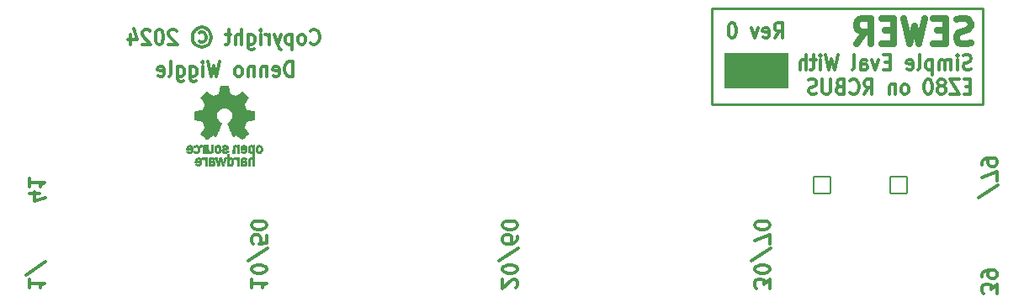
<source format=gbr>
%TF.GenerationSoftware,KiCad,Pcbnew,8.0.4*%
%TF.CreationDate,2024-08-16T16:49:31-07:00*%
%TF.ProjectId,SEWER,53455745-522e-46b6-9963-61645f706362,0*%
%TF.SameCoordinates,Original*%
%TF.FileFunction,Legend,Bot*%
%TF.FilePolarity,Positive*%
%FSLAX46Y46*%
G04 Gerber Fmt 4.6, Leading zero omitted, Abs format (unit mm)*
G04 Created by KiCad (PCBNEW 8.0.4) date 2024-08-16 16:49:31*
%MOMM*%
%LPD*%
G01*
G04 APERTURE LIST*
G04 Aperture macros list*
%AMRoundRect*
0 Rectangle with rounded corners*
0 $1 Rounding radius*
0 $2 $3 $4 $5 $6 $7 $8 $9 X,Y pos of 4 corners*
0 Add a 4 corners polygon primitive as box body*
4,1,4,$2,$3,$4,$5,$6,$7,$8,$9,$2,$3,0*
0 Add four circle primitives for the rounded corners*
1,1,$1+$1,$2,$3*
1,1,$1+$1,$4,$5*
1,1,$1+$1,$6,$7*
1,1,$1+$1,$8,$9*
0 Add four rect primitives between the rounded corners*
20,1,$1+$1,$2,$3,$4,$5,0*
20,1,$1+$1,$4,$5,$6,$7,0*
20,1,$1+$1,$6,$7,$8,$9,0*
20,1,$1+$1,$8,$9,$2,$3,0*%
G04 Aperture macros list end*
%ADD10C,0.120000*%
%ADD11C,0.254000*%
%ADD12C,0.635000*%
%ADD13C,0.300000*%
%ADD14C,0.317500*%
%ADD15C,0.010000*%
%ADD16C,3.302000*%
%ADD17C,2.802000*%
%ADD18RoundRect,0.051000X-0.850000X0.850000X-0.850000X-0.850000X0.850000X-0.850000X0.850000X0.850000X0*%
%ADD19O,1.802000X1.802000*%
%ADD20RoundRect,0.051000X0.850000X-0.850000X0.850000X0.850000X-0.850000X0.850000X-0.850000X-0.850000X0*%
%ADD21RoundRect,0.051000X-0.850000X-0.850000X0.850000X-0.850000X0.850000X0.850000X-0.850000X0.850000X0*%
%ADD22C,1.854000*%
G04 APERTURE END LIST*
D10*
X71547220Y30309700D02*
X77960220Y30309700D01*
X77960220Y26865700D01*
X71547220Y26865700D01*
X71547220Y30309700D01*
G36*
X71547220Y30309700D02*
G01*
X77960220Y30309700D01*
X77960220Y26865700D01*
X71547220Y26865700D01*
X71547220Y30309700D01*
G37*
D11*
X70276720Y34810700D02*
X97581720Y34810700D01*
X97581720Y25158700D01*
X70276720Y25158700D01*
X70276720Y34810700D01*
D12*
X96362647Y31376620D02*
X95999790Y31255668D01*
X95999790Y31255668D02*
X95395028Y31255668D01*
X95395028Y31255668D02*
X95153123Y31376620D01*
X95153123Y31376620D02*
X95032171Y31497573D01*
X95032171Y31497573D02*
X94911218Y31739478D01*
X94911218Y31739478D02*
X94911218Y31981382D01*
X94911218Y31981382D02*
X95032171Y32223287D01*
X95032171Y32223287D02*
X95153123Y32344240D01*
X95153123Y32344240D02*
X95395028Y32465192D01*
X95395028Y32465192D02*
X95878837Y32586144D01*
X95878837Y32586144D02*
X96120742Y32707097D01*
X96120742Y32707097D02*
X96241695Y32828049D01*
X96241695Y32828049D02*
X96362647Y33069954D01*
X96362647Y33069954D02*
X96362647Y33311859D01*
X96362647Y33311859D02*
X96241695Y33553763D01*
X96241695Y33553763D02*
X96120742Y33674716D01*
X96120742Y33674716D02*
X95878837Y33795668D01*
X95878837Y33795668D02*
X95274076Y33795668D01*
X95274076Y33795668D02*
X94911218Y33674716D01*
X93822647Y32586144D02*
X92975980Y32586144D01*
X92613123Y31255668D02*
X93822647Y31255668D01*
X93822647Y31255668D02*
X93822647Y33795668D01*
X93822647Y33795668D02*
X92613123Y33795668D01*
X91766456Y33795668D02*
X91161694Y31255668D01*
X91161694Y31255668D02*
X90677885Y33069954D01*
X90677885Y33069954D02*
X90194075Y31255668D01*
X90194075Y31255668D02*
X89589314Y33795668D01*
X88621695Y32586144D02*
X87775028Y32586144D01*
X87412171Y31255668D02*
X88621695Y31255668D01*
X88621695Y31255668D02*
X88621695Y33795668D01*
X88621695Y33795668D02*
X87412171Y33795668D01*
X84872171Y31255668D02*
X85718838Y32465192D01*
X86323600Y31255668D02*
X86323600Y33795668D01*
X86323600Y33795668D02*
X85355981Y33795668D01*
X85355981Y33795668D02*
X85114076Y33674716D01*
X85114076Y33674716D02*
X84993123Y33553763D01*
X84993123Y33553763D02*
X84872171Y33311859D01*
X84872171Y33311859D02*
X84872171Y32949001D01*
X84872171Y32949001D02*
X84993123Y32707097D01*
X84993123Y32707097D02*
X85114076Y32586144D01*
X85114076Y32586144D02*
X85355981Y32465192D01*
X85355981Y32465192D02*
X86323600Y32465192D01*
D13*
X76166891Y6647354D02*
X76166891Y7575926D01*
X76166891Y7575926D02*
X75595462Y7075926D01*
X75595462Y7075926D02*
X75595462Y7290211D01*
X75595462Y7290211D02*
X75524034Y7433068D01*
X75524034Y7433068D02*
X75452605Y7504497D01*
X75452605Y7504497D02*
X75309748Y7575926D01*
X75309748Y7575926D02*
X74952605Y7575926D01*
X74952605Y7575926D02*
X74809748Y7504497D01*
X74809748Y7504497D02*
X74738320Y7433068D01*
X74738320Y7433068D02*
X74666891Y7290211D01*
X74666891Y7290211D02*
X74666891Y6861640D01*
X74666891Y6861640D02*
X74738320Y6718783D01*
X74738320Y6718783D02*
X74809748Y6647354D01*
X76166891Y8504497D02*
X76166891Y8647354D01*
X76166891Y8647354D02*
X76095462Y8790211D01*
X76095462Y8790211D02*
X76024034Y8861639D01*
X76024034Y8861639D02*
X75881177Y8933068D01*
X75881177Y8933068D02*
X75595462Y9004497D01*
X75595462Y9004497D02*
X75238320Y9004497D01*
X75238320Y9004497D02*
X74952605Y8933068D01*
X74952605Y8933068D02*
X74809748Y8861639D01*
X74809748Y8861639D02*
X74738320Y8790211D01*
X74738320Y8790211D02*
X74666891Y8647354D01*
X74666891Y8647354D02*
X74666891Y8504497D01*
X74666891Y8504497D02*
X74738320Y8361639D01*
X74738320Y8361639D02*
X74809748Y8290211D01*
X74809748Y8290211D02*
X74952605Y8218782D01*
X74952605Y8218782D02*
X75238320Y8147354D01*
X75238320Y8147354D02*
X75595462Y8147354D01*
X75595462Y8147354D02*
X75881177Y8218782D01*
X75881177Y8218782D02*
X76024034Y8290211D01*
X76024034Y8290211D02*
X76095462Y8361639D01*
X76095462Y8361639D02*
X76166891Y8504497D01*
X76238320Y10718782D02*
X74309748Y9433068D01*
X76166891Y11075925D02*
X76166891Y12075925D01*
X76166891Y12075925D02*
X74666891Y11433068D01*
X76166891Y12933068D02*
X76166891Y13075925D01*
X76166891Y13075925D02*
X76095462Y13218782D01*
X76095462Y13218782D02*
X76024034Y13290210D01*
X76024034Y13290210D02*
X75881177Y13361639D01*
X75881177Y13361639D02*
X75595462Y13433068D01*
X75595462Y13433068D02*
X75238320Y13433068D01*
X75238320Y13433068D02*
X74952605Y13361639D01*
X74952605Y13361639D02*
X74809748Y13290210D01*
X74809748Y13290210D02*
X74738320Y13218782D01*
X74738320Y13218782D02*
X74666891Y13075925D01*
X74666891Y13075925D02*
X74666891Y12933068D01*
X74666891Y12933068D02*
X74738320Y12790210D01*
X74738320Y12790210D02*
X74809748Y12718782D01*
X74809748Y12718782D02*
X74952605Y12647353D01*
X74952605Y12647353D02*
X75238320Y12575925D01*
X75238320Y12575925D02*
X75595462Y12575925D01*
X75595462Y12575925D02*
X75881177Y12647353D01*
X75881177Y12647353D02*
X76024034Y12718782D01*
X76024034Y12718782D02*
X76095462Y12790210D01*
X76095462Y12790210D02*
X76166891Y12933068D01*
X1641891Y7575926D02*
X1641891Y6718783D01*
X1641891Y7147354D02*
X3141891Y7147354D01*
X3141891Y7147354D02*
X2927605Y7004497D01*
X2927605Y7004497D02*
X2784748Y6861640D01*
X2784748Y6861640D02*
X2713320Y6718783D01*
X3213320Y9290211D02*
X1284748Y8004497D01*
X2641891Y16147353D02*
X1641891Y16147353D01*
X3213320Y15790211D02*
X2141891Y15433068D01*
X2141891Y15433068D02*
X2141891Y16361639D01*
X1641891Y17718782D02*
X1641891Y16861639D01*
X1641891Y17290210D02*
X3141891Y17290210D01*
X3141891Y17290210D02*
X2927605Y17147353D01*
X2927605Y17147353D02*
X2784748Y17004496D01*
X2784748Y17004496D02*
X2713320Y16861639D01*
D14*
X96408243Y28690527D02*
X96208672Y28617956D01*
X96208672Y28617956D02*
X95876053Y28617956D01*
X95876053Y28617956D02*
X95743005Y28690527D01*
X95743005Y28690527D02*
X95676481Y28763099D01*
X95676481Y28763099D02*
X95609958Y28908242D01*
X95609958Y28908242D02*
X95609958Y29053385D01*
X95609958Y29053385D02*
X95676481Y29198527D01*
X95676481Y29198527D02*
X95743005Y29271099D01*
X95743005Y29271099D02*
X95876053Y29343670D01*
X95876053Y29343670D02*
X96142148Y29416242D01*
X96142148Y29416242D02*
X96275196Y29488813D01*
X96275196Y29488813D02*
X96341719Y29561385D01*
X96341719Y29561385D02*
X96408243Y29706527D01*
X96408243Y29706527D02*
X96408243Y29851670D01*
X96408243Y29851670D02*
X96341719Y29996813D01*
X96341719Y29996813D02*
X96275196Y30069385D01*
X96275196Y30069385D02*
X96142148Y30141956D01*
X96142148Y30141956D02*
X95809529Y30141956D01*
X95809529Y30141956D02*
X95609958Y30069385D01*
X95011243Y28617956D02*
X95011243Y29633956D01*
X95011243Y30141956D02*
X95077767Y30069385D01*
X95077767Y30069385D02*
X95011243Y29996813D01*
X95011243Y29996813D02*
X94944720Y30069385D01*
X94944720Y30069385D02*
X95011243Y30141956D01*
X95011243Y30141956D02*
X95011243Y29996813D01*
X94346005Y28617956D02*
X94346005Y29633956D01*
X94346005Y29488813D02*
X94279482Y29561385D01*
X94279482Y29561385D02*
X94146434Y29633956D01*
X94146434Y29633956D02*
X93946863Y29633956D01*
X93946863Y29633956D02*
X93813815Y29561385D01*
X93813815Y29561385D02*
X93747291Y29416242D01*
X93747291Y29416242D02*
X93747291Y28617956D01*
X93747291Y29416242D02*
X93680767Y29561385D01*
X93680767Y29561385D02*
X93547720Y29633956D01*
X93547720Y29633956D02*
X93348148Y29633956D01*
X93348148Y29633956D02*
X93215101Y29561385D01*
X93215101Y29561385D02*
X93148577Y29416242D01*
X93148577Y29416242D02*
X93148577Y28617956D01*
X92483338Y29633956D02*
X92483338Y28109956D01*
X92483338Y29561385D02*
X92350291Y29633956D01*
X92350291Y29633956D02*
X92084196Y29633956D01*
X92084196Y29633956D02*
X91951148Y29561385D01*
X91951148Y29561385D02*
X91884624Y29488813D01*
X91884624Y29488813D02*
X91818100Y29343670D01*
X91818100Y29343670D02*
X91818100Y28908242D01*
X91818100Y28908242D02*
X91884624Y28763099D01*
X91884624Y28763099D02*
X91951148Y28690527D01*
X91951148Y28690527D02*
X92084196Y28617956D01*
X92084196Y28617956D02*
X92350291Y28617956D01*
X92350291Y28617956D02*
X92483338Y28690527D01*
X91019815Y28617956D02*
X91152863Y28690527D01*
X91152863Y28690527D02*
X91219386Y28835670D01*
X91219386Y28835670D02*
X91219386Y30141956D01*
X89955434Y28690527D02*
X90088482Y28617956D01*
X90088482Y28617956D02*
X90354577Y28617956D01*
X90354577Y28617956D02*
X90487624Y28690527D01*
X90487624Y28690527D02*
X90554148Y28835670D01*
X90554148Y28835670D02*
X90554148Y29416242D01*
X90554148Y29416242D02*
X90487624Y29561385D01*
X90487624Y29561385D02*
X90354577Y29633956D01*
X90354577Y29633956D02*
X90088482Y29633956D01*
X90088482Y29633956D02*
X89955434Y29561385D01*
X89955434Y29561385D02*
X89888910Y29416242D01*
X89888910Y29416242D02*
X89888910Y29271099D01*
X89888910Y29271099D02*
X90554148Y29125956D01*
X88225814Y29416242D02*
X87760148Y29416242D01*
X87560576Y28617956D02*
X88225814Y28617956D01*
X88225814Y28617956D02*
X88225814Y30141956D01*
X88225814Y30141956D02*
X87560576Y30141956D01*
X87094910Y29633956D02*
X86762291Y28617956D01*
X86762291Y28617956D02*
X86429672Y29633956D01*
X85298767Y28617956D02*
X85298767Y29416242D01*
X85298767Y29416242D02*
X85365291Y29561385D01*
X85365291Y29561385D02*
X85498339Y29633956D01*
X85498339Y29633956D02*
X85764434Y29633956D01*
X85764434Y29633956D02*
X85897481Y29561385D01*
X85298767Y28690527D02*
X85431815Y28617956D01*
X85431815Y28617956D02*
X85764434Y28617956D01*
X85764434Y28617956D02*
X85897481Y28690527D01*
X85897481Y28690527D02*
X85964005Y28835670D01*
X85964005Y28835670D02*
X85964005Y28980813D01*
X85964005Y28980813D02*
X85897481Y29125956D01*
X85897481Y29125956D02*
X85764434Y29198527D01*
X85764434Y29198527D02*
X85431815Y29198527D01*
X85431815Y29198527D02*
X85298767Y29271099D01*
X84433958Y28617956D02*
X84567006Y28690527D01*
X84567006Y28690527D02*
X84633529Y28835670D01*
X84633529Y28835670D02*
X84633529Y30141956D01*
X82970434Y30141956D02*
X82637815Y28617956D01*
X82637815Y28617956D02*
X82371720Y29706527D01*
X82371720Y29706527D02*
X82105625Y28617956D01*
X82105625Y28617956D02*
X81773006Y30141956D01*
X81240815Y28617956D02*
X81240815Y29633956D01*
X81240815Y30141956D02*
X81307339Y30069385D01*
X81307339Y30069385D02*
X81240815Y29996813D01*
X81240815Y29996813D02*
X81174292Y30069385D01*
X81174292Y30069385D02*
X81240815Y30141956D01*
X81240815Y30141956D02*
X81240815Y29996813D01*
X80775149Y29633956D02*
X80242958Y29633956D01*
X80575577Y30141956D02*
X80575577Y28835670D01*
X80575577Y28835670D02*
X80509054Y28690527D01*
X80509054Y28690527D02*
X80376006Y28617956D01*
X80376006Y28617956D02*
X80242958Y28617956D01*
X79777291Y28617956D02*
X79777291Y30141956D01*
X79178577Y28617956D02*
X79178577Y29416242D01*
X79178577Y29416242D02*
X79245101Y29561385D01*
X79245101Y29561385D02*
X79378149Y29633956D01*
X79378149Y29633956D02*
X79577720Y29633956D01*
X79577720Y29633956D02*
X79710768Y29561385D01*
X79710768Y29561385D02*
X79777291Y29488813D01*
X96341719Y26962687D02*
X95876053Y26962687D01*
X95676481Y26164401D02*
X96341719Y26164401D01*
X96341719Y26164401D02*
X96341719Y27688401D01*
X96341719Y27688401D02*
X95676481Y27688401D01*
X95210815Y27688401D02*
X94279482Y27688401D01*
X94279482Y27688401D02*
X95210815Y26164401D01*
X95210815Y26164401D02*
X94279482Y26164401D01*
X93547720Y27035258D02*
X93680768Y27107830D01*
X93680768Y27107830D02*
X93747291Y27180401D01*
X93747291Y27180401D02*
X93813815Y27325544D01*
X93813815Y27325544D02*
X93813815Y27398115D01*
X93813815Y27398115D02*
X93747291Y27543258D01*
X93747291Y27543258D02*
X93680768Y27615830D01*
X93680768Y27615830D02*
X93547720Y27688401D01*
X93547720Y27688401D02*
X93281625Y27688401D01*
X93281625Y27688401D02*
X93148577Y27615830D01*
X93148577Y27615830D02*
X93082053Y27543258D01*
X93082053Y27543258D02*
X93015530Y27398115D01*
X93015530Y27398115D02*
X93015530Y27325544D01*
X93015530Y27325544D02*
X93082053Y27180401D01*
X93082053Y27180401D02*
X93148577Y27107830D01*
X93148577Y27107830D02*
X93281625Y27035258D01*
X93281625Y27035258D02*
X93547720Y27035258D01*
X93547720Y27035258D02*
X93680768Y26962687D01*
X93680768Y26962687D02*
X93747291Y26890115D01*
X93747291Y26890115D02*
X93813815Y26744972D01*
X93813815Y26744972D02*
X93813815Y26454687D01*
X93813815Y26454687D02*
X93747291Y26309544D01*
X93747291Y26309544D02*
X93680768Y26236972D01*
X93680768Y26236972D02*
X93547720Y26164401D01*
X93547720Y26164401D02*
X93281625Y26164401D01*
X93281625Y26164401D02*
X93148577Y26236972D01*
X93148577Y26236972D02*
X93082053Y26309544D01*
X93082053Y26309544D02*
X93015530Y26454687D01*
X93015530Y26454687D02*
X93015530Y26744972D01*
X93015530Y26744972D02*
X93082053Y26890115D01*
X93082053Y26890115D02*
X93148577Y26962687D01*
X93148577Y26962687D02*
X93281625Y27035258D01*
X92150720Y27688401D02*
X92017673Y27688401D01*
X92017673Y27688401D02*
X91884625Y27615830D01*
X91884625Y27615830D02*
X91818101Y27543258D01*
X91818101Y27543258D02*
X91751577Y27398115D01*
X91751577Y27398115D02*
X91685054Y27107830D01*
X91685054Y27107830D02*
X91685054Y26744972D01*
X91685054Y26744972D02*
X91751577Y26454687D01*
X91751577Y26454687D02*
X91818101Y26309544D01*
X91818101Y26309544D02*
X91884625Y26236972D01*
X91884625Y26236972D02*
X92017673Y26164401D01*
X92017673Y26164401D02*
X92150720Y26164401D01*
X92150720Y26164401D02*
X92283768Y26236972D01*
X92283768Y26236972D02*
X92350292Y26309544D01*
X92350292Y26309544D02*
X92416815Y26454687D01*
X92416815Y26454687D02*
X92483339Y26744972D01*
X92483339Y26744972D02*
X92483339Y27107830D01*
X92483339Y27107830D02*
X92416815Y27398115D01*
X92416815Y27398115D02*
X92350292Y27543258D01*
X92350292Y27543258D02*
X92283768Y27615830D01*
X92283768Y27615830D02*
X92150720Y27688401D01*
X89822387Y26164401D02*
X89955435Y26236972D01*
X89955435Y26236972D02*
X90021958Y26309544D01*
X90021958Y26309544D02*
X90088482Y26454687D01*
X90088482Y26454687D02*
X90088482Y26890115D01*
X90088482Y26890115D02*
X90021958Y27035258D01*
X90021958Y27035258D02*
X89955435Y27107830D01*
X89955435Y27107830D02*
X89822387Y27180401D01*
X89822387Y27180401D02*
X89622816Y27180401D01*
X89622816Y27180401D02*
X89489768Y27107830D01*
X89489768Y27107830D02*
X89423244Y27035258D01*
X89423244Y27035258D02*
X89356720Y26890115D01*
X89356720Y26890115D02*
X89356720Y26454687D01*
X89356720Y26454687D02*
X89423244Y26309544D01*
X89423244Y26309544D02*
X89489768Y26236972D01*
X89489768Y26236972D02*
X89622816Y26164401D01*
X89622816Y26164401D02*
X89822387Y26164401D01*
X88758006Y27180401D02*
X88758006Y26164401D01*
X88758006Y27035258D02*
X88691483Y27107830D01*
X88691483Y27107830D02*
X88558435Y27180401D01*
X88558435Y27180401D02*
X88358864Y27180401D01*
X88358864Y27180401D02*
X88225816Y27107830D01*
X88225816Y27107830D02*
X88159292Y26962687D01*
X88159292Y26962687D02*
X88159292Y26164401D01*
X85631388Y26164401D02*
X86097054Y26890115D01*
X86429673Y26164401D02*
X86429673Y27688401D01*
X86429673Y27688401D02*
X85897483Y27688401D01*
X85897483Y27688401D02*
X85764435Y27615830D01*
X85764435Y27615830D02*
X85697912Y27543258D01*
X85697912Y27543258D02*
X85631388Y27398115D01*
X85631388Y27398115D02*
X85631388Y27180401D01*
X85631388Y27180401D02*
X85697912Y27035258D01*
X85697912Y27035258D02*
X85764435Y26962687D01*
X85764435Y26962687D02*
X85897483Y26890115D01*
X85897483Y26890115D02*
X86429673Y26890115D01*
X84234388Y26309544D02*
X84300912Y26236972D01*
X84300912Y26236972D02*
X84500483Y26164401D01*
X84500483Y26164401D02*
X84633531Y26164401D01*
X84633531Y26164401D02*
X84833102Y26236972D01*
X84833102Y26236972D02*
X84966150Y26382115D01*
X84966150Y26382115D02*
X85032673Y26527258D01*
X85032673Y26527258D02*
X85099197Y26817544D01*
X85099197Y26817544D02*
X85099197Y27035258D01*
X85099197Y27035258D02*
X85032673Y27325544D01*
X85032673Y27325544D02*
X84966150Y27470687D01*
X84966150Y27470687D02*
X84833102Y27615830D01*
X84833102Y27615830D02*
X84633531Y27688401D01*
X84633531Y27688401D02*
X84500483Y27688401D01*
X84500483Y27688401D02*
X84300912Y27615830D01*
X84300912Y27615830D02*
X84234388Y27543258D01*
X83170007Y26962687D02*
X82970435Y26890115D01*
X82970435Y26890115D02*
X82903912Y26817544D01*
X82903912Y26817544D02*
X82837388Y26672401D01*
X82837388Y26672401D02*
X82837388Y26454687D01*
X82837388Y26454687D02*
X82903912Y26309544D01*
X82903912Y26309544D02*
X82970435Y26236972D01*
X82970435Y26236972D02*
X83103483Y26164401D01*
X83103483Y26164401D02*
X83635673Y26164401D01*
X83635673Y26164401D02*
X83635673Y27688401D01*
X83635673Y27688401D02*
X83170007Y27688401D01*
X83170007Y27688401D02*
X83036959Y27615830D01*
X83036959Y27615830D02*
X82970435Y27543258D01*
X82970435Y27543258D02*
X82903912Y27398115D01*
X82903912Y27398115D02*
X82903912Y27252972D01*
X82903912Y27252972D02*
X82970435Y27107830D01*
X82970435Y27107830D02*
X83036959Y27035258D01*
X83036959Y27035258D02*
X83170007Y26962687D01*
X83170007Y26962687D02*
X83635673Y26962687D01*
X82238673Y27688401D02*
X82238673Y26454687D01*
X82238673Y26454687D02*
X82172150Y26309544D01*
X82172150Y26309544D02*
X82105626Y26236972D01*
X82105626Y26236972D02*
X81972578Y26164401D01*
X81972578Y26164401D02*
X81706483Y26164401D01*
X81706483Y26164401D02*
X81573435Y26236972D01*
X81573435Y26236972D02*
X81506912Y26309544D01*
X81506912Y26309544D02*
X81440388Y26454687D01*
X81440388Y26454687D02*
X81440388Y27688401D01*
X80841673Y26236972D02*
X80642102Y26164401D01*
X80642102Y26164401D02*
X80309483Y26164401D01*
X80309483Y26164401D02*
X80176435Y26236972D01*
X80176435Y26236972D02*
X80109911Y26309544D01*
X80109911Y26309544D02*
X80043388Y26454687D01*
X80043388Y26454687D02*
X80043388Y26599830D01*
X80043388Y26599830D02*
X80109911Y26744972D01*
X80109911Y26744972D02*
X80176435Y26817544D01*
X80176435Y26817544D02*
X80309483Y26890115D01*
X80309483Y26890115D02*
X80575578Y26962687D01*
X80575578Y26962687D02*
X80708626Y27035258D01*
X80708626Y27035258D02*
X80775149Y27107830D01*
X80775149Y27107830D02*
X80841673Y27252972D01*
X80841673Y27252972D02*
X80841673Y27398115D01*
X80841673Y27398115D02*
X80775149Y27543258D01*
X80775149Y27543258D02*
X80708626Y27615830D01*
X80708626Y27615830D02*
X80575578Y27688401D01*
X80575578Y27688401D02*
X80242959Y27688401D01*
X80242959Y27688401D02*
X80043388Y27615830D01*
D13*
X23993891Y7575926D02*
X23993891Y6718783D01*
X23993891Y7147354D02*
X25493891Y7147354D01*
X25493891Y7147354D02*
X25279605Y7004497D01*
X25279605Y7004497D02*
X25136748Y6861640D01*
X25136748Y6861640D02*
X25065320Y6718783D01*
X25493891Y8504497D02*
X25493891Y8647354D01*
X25493891Y8647354D02*
X25422462Y8790211D01*
X25422462Y8790211D02*
X25351034Y8861639D01*
X25351034Y8861639D02*
X25208177Y8933068D01*
X25208177Y8933068D02*
X24922462Y9004497D01*
X24922462Y9004497D02*
X24565320Y9004497D01*
X24565320Y9004497D02*
X24279605Y8933068D01*
X24279605Y8933068D02*
X24136748Y8861639D01*
X24136748Y8861639D02*
X24065320Y8790211D01*
X24065320Y8790211D02*
X23993891Y8647354D01*
X23993891Y8647354D02*
X23993891Y8504497D01*
X23993891Y8504497D02*
X24065320Y8361639D01*
X24065320Y8361639D02*
X24136748Y8290211D01*
X24136748Y8290211D02*
X24279605Y8218782D01*
X24279605Y8218782D02*
X24565320Y8147354D01*
X24565320Y8147354D02*
X24922462Y8147354D01*
X24922462Y8147354D02*
X25208177Y8218782D01*
X25208177Y8218782D02*
X25351034Y8290211D01*
X25351034Y8290211D02*
X25422462Y8361639D01*
X25422462Y8361639D02*
X25493891Y8504497D01*
X25565320Y10718782D02*
X23636748Y9433068D01*
X25493891Y11933068D02*
X25493891Y11218782D01*
X25493891Y11218782D02*
X24779605Y11147354D01*
X24779605Y11147354D02*
X24851034Y11218782D01*
X24851034Y11218782D02*
X24922462Y11361639D01*
X24922462Y11361639D02*
X24922462Y11718782D01*
X24922462Y11718782D02*
X24851034Y11861639D01*
X24851034Y11861639D02*
X24779605Y11933068D01*
X24779605Y11933068D02*
X24636748Y12004497D01*
X24636748Y12004497D02*
X24279605Y12004497D01*
X24279605Y12004497D02*
X24136748Y11933068D01*
X24136748Y11933068D02*
X24065320Y11861639D01*
X24065320Y11861639D02*
X23993891Y11718782D01*
X23993891Y11718782D02*
X23993891Y11361639D01*
X23993891Y11361639D02*
X24065320Y11218782D01*
X24065320Y11218782D02*
X24136748Y11147354D01*
X25493891Y12933068D02*
X25493891Y13075925D01*
X25493891Y13075925D02*
X25422462Y13218782D01*
X25422462Y13218782D02*
X25351034Y13290210D01*
X25351034Y13290210D02*
X25208177Y13361639D01*
X25208177Y13361639D02*
X24922462Y13433068D01*
X24922462Y13433068D02*
X24565320Y13433068D01*
X24565320Y13433068D02*
X24279605Y13361639D01*
X24279605Y13361639D02*
X24136748Y13290210D01*
X24136748Y13290210D02*
X24065320Y13218782D01*
X24065320Y13218782D02*
X23993891Y13075925D01*
X23993891Y13075925D02*
X23993891Y12933068D01*
X23993891Y12933068D02*
X24065320Y12790210D01*
X24065320Y12790210D02*
X24136748Y12718782D01*
X24136748Y12718782D02*
X24279605Y12647353D01*
X24279605Y12647353D02*
X24565320Y12575925D01*
X24565320Y12575925D02*
X24922462Y12575925D01*
X24922462Y12575925D02*
X25208177Y12647353D01*
X25208177Y12647353D02*
X25351034Y12718782D01*
X25351034Y12718782D02*
X25422462Y12790210D01*
X25422462Y12790210D02*
X25493891Y12933068D01*
D14*
X28104619Y27955179D02*
X28104619Y29479179D01*
X28104619Y29479179D02*
X27772000Y29479179D01*
X27772000Y29479179D02*
X27572429Y29406608D01*
X27572429Y29406608D02*
X27439381Y29261465D01*
X27439381Y29261465D02*
X27372858Y29116322D01*
X27372858Y29116322D02*
X27306334Y28826036D01*
X27306334Y28826036D02*
X27306334Y28608322D01*
X27306334Y28608322D02*
X27372858Y28318036D01*
X27372858Y28318036D02*
X27439381Y28172893D01*
X27439381Y28172893D02*
X27572429Y28027750D01*
X27572429Y28027750D02*
X27772000Y27955179D01*
X27772000Y27955179D02*
X28104619Y27955179D01*
X26175429Y28027750D02*
X26308477Y27955179D01*
X26308477Y27955179D02*
X26574572Y27955179D01*
X26574572Y27955179D02*
X26707619Y28027750D01*
X26707619Y28027750D02*
X26774143Y28172893D01*
X26774143Y28172893D02*
X26774143Y28753465D01*
X26774143Y28753465D02*
X26707619Y28898608D01*
X26707619Y28898608D02*
X26574572Y28971179D01*
X26574572Y28971179D02*
X26308477Y28971179D01*
X26308477Y28971179D02*
X26175429Y28898608D01*
X26175429Y28898608D02*
X26108905Y28753465D01*
X26108905Y28753465D02*
X26108905Y28608322D01*
X26108905Y28608322D02*
X26774143Y28463179D01*
X25510190Y28971179D02*
X25510190Y27955179D01*
X25510190Y28826036D02*
X25443667Y28898608D01*
X25443667Y28898608D02*
X25310619Y28971179D01*
X25310619Y28971179D02*
X25111048Y28971179D01*
X25111048Y28971179D02*
X24978000Y28898608D01*
X24978000Y28898608D02*
X24911476Y28753465D01*
X24911476Y28753465D02*
X24911476Y27955179D01*
X24246238Y28971179D02*
X24246238Y27955179D01*
X24246238Y28826036D02*
X24179715Y28898608D01*
X24179715Y28898608D02*
X24046667Y28971179D01*
X24046667Y28971179D02*
X23847096Y28971179D01*
X23847096Y28971179D02*
X23714048Y28898608D01*
X23714048Y28898608D02*
X23647524Y28753465D01*
X23647524Y28753465D02*
X23647524Y27955179D01*
X22782715Y27955179D02*
X22915763Y28027750D01*
X22915763Y28027750D02*
X22982286Y28100322D01*
X22982286Y28100322D02*
X23048810Y28245465D01*
X23048810Y28245465D02*
X23048810Y28680893D01*
X23048810Y28680893D02*
X22982286Y28826036D01*
X22982286Y28826036D02*
X22915763Y28898608D01*
X22915763Y28898608D02*
X22782715Y28971179D01*
X22782715Y28971179D02*
X22583144Y28971179D01*
X22583144Y28971179D02*
X22450096Y28898608D01*
X22450096Y28898608D02*
X22383572Y28826036D01*
X22383572Y28826036D02*
X22317048Y28680893D01*
X22317048Y28680893D02*
X22317048Y28245465D01*
X22317048Y28245465D02*
X22383572Y28100322D01*
X22383572Y28100322D02*
X22450096Y28027750D01*
X22450096Y28027750D02*
X22583144Y27955179D01*
X22583144Y27955179D02*
X22782715Y27955179D01*
X20787001Y29479179D02*
X20454382Y27955179D01*
X20454382Y27955179D02*
X20188287Y29043750D01*
X20188287Y29043750D02*
X19922192Y27955179D01*
X19922192Y27955179D02*
X19589573Y29479179D01*
X19057382Y27955179D02*
X19057382Y28971179D01*
X19057382Y29479179D02*
X19123906Y29406608D01*
X19123906Y29406608D02*
X19057382Y29334036D01*
X19057382Y29334036D02*
X18990859Y29406608D01*
X18990859Y29406608D02*
X19057382Y29479179D01*
X19057382Y29479179D02*
X19057382Y29334036D01*
X17793430Y28971179D02*
X17793430Y27737465D01*
X17793430Y27737465D02*
X17859954Y27592322D01*
X17859954Y27592322D02*
X17926478Y27519750D01*
X17926478Y27519750D02*
X18059525Y27447179D01*
X18059525Y27447179D02*
X18259097Y27447179D01*
X18259097Y27447179D02*
X18392144Y27519750D01*
X17793430Y28027750D02*
X17926478Y27955179D01*
X17926478Y27955179D02*
X18192573Y27955179D01*
X18192573Y27955179D02*
X18325621Y28027750D01*
X18325621Y28027750D02*
X18392144Y28100322D01*
X18392144Y28100322D02*
X18458668Y28245465D01*
X18458668Y28245465D02*
X18458668Y28680893D01*
X18458668Y28680893D02*
X18392144Y28826036D01*
X18392144Y28826036D02*
X18325621Y28898608D01*
X18325621Y28898608D02*
X18192573Y28971179D01*
X18192573Y28971179D02*
X17926478Y28971179D01*
X17926478Y28971179D02*
X17793430Y28898608D01*
X16529478Y28971179D02*
X16529478Y27737465D01*
X16529478Y27737465D02*
X16596002Y27592322D01*
X16596002Y27592322D02*
X16662526Y27519750D01*
X16662526Y27519750D02*
X16795573Y27447179D01*
X16795573Y27447179D02*
X16995145Y27447179D01*
X16995145Y27447179D02*
X17128192Y27519750D01*
X16529478Y28027750D02*
X16662526Y27955179D01*
X16662526Y27955179D02*
X16928621Y27955179D01*
X16928621Y27955179D02*
X17061669Y28027750D01*
X17061669Y28027750D02*
X17128192Y28100322D01*
X17128192Y28100322D02*
X17194716Y28245465D01*
X17194716Y28245465D02*
X17194716Y28680893D01*
X17194716Y28680893D02*
X17128192Y28826036D01*
X17128192Y28826036D02*
X17061669Y28898608D01*
X17061669Y28898608D02*
X16928621Y28971179D01*
X16928621Y28971179D02*
X16662526Y28971179D01*
X16662526Y28971179D02*
X16529478Y28898608D01*
X15664669Y27955179D02*
X15797717Y28027750D01*
X15797717Y28027750D02*
X15864240Y28172893D01*
X15864240Y28172893D02*
X15864240Y29479179D01*
X14600288Y28027750D02*
X14733336Y27955179D01*
X14733336Y27955179D02*
X14999431Y27955179D01*
X14999431Y27955179D02*
X15132478Y28027750D01*
X15132478Y28027750D02*
X15199002Y28172893D01*
X15199002Y28172893D02*
X15199002Y28753465D01*
X15199002Y28753465D02*
X15132478Y28898608D01*
X15132478Y28898608D02*
X14999431Y28971179D01*
X14999431Y28971179D02*
X14733336Y28971179D01*
X14733336Y28971179D02*
X14600288Y28898608D01*
X14600288Y28898608D02*
X14533764Y28753465D01*
X14533764Y28753465D02*
X14533764Y28608322D01*
X14533764Y28608322D02*
X15199002Y28463179D01*
X29947934Y31326122D02*
X30014458Y31253550D01*
X30014458Y31253550D02*
X30214029Y31180979D01*
X30214029Y31180979D02*
X30347077Y31180979D01*
X30347077Y31180979D02*
X30546648Y31253550D01*
X30546648Y31253550D02*
X30679696Y31398693D01*
X30679696Y31398693D02*
X30746219Y31543836D01*
X30746219Y31543836D02*
X30812743Y31834122D01*
X30812743Y31834122D02*
X30812743Y32051836D01*
X30812743Y32051836D02*
X30746219Y32342122D01*
X30746219Y32342122D02*
X30679696Y32487265D01*
X30679696Y32487265D02*
X30546648Y32632408D01*
X30546648Y32632408D02*
X30347077Y32704979D01*
X30347077Y32704979D02*
X30214029Y32704979D01*
X30214029Y32704979D02*
X30014458Y32632408D01*
X30014458Y32632408D02*
X29947934Y32559836D01*
X29149648Y31180979D02*
X29282696Y31253550D01*
X29282696Y31253550D02*
X29349219Y31326122D01*
X29349219Y31326122D02*
X29415743Y31471265D01*
X29415743Y31471265D02*
X29415743Y31906693D01*
X29415743Y31906693D02*
X29349219Y32051836D01*
X29349219Y32051836D02*
X29282696Y32124408D01*
X29282696Y32124408D02*
X29149648Y32196979D01*
X29149648Y32196979D02*
X28950077Y32196979D01*
X28950077Y32196979D02*
X28817029Y32124408D01*
X28817029Y32124408D02*
X28750505Y32051836D01*
X28750505Y32051836D02*
X28683981Y31906693D01*
X28683981Y31906693D02*
X28683981Y31471265D01*
X28683981Y31471265D02*
X28750505Y31326122D01*
X28750505Y31326122D02*
X28817029Y31253550D01*
X28817029Y31253550D02*
X28950077Y31180979D01*
X28950077Y31180979D02*
X29149648Y31180979D01*
X28085267Y32196979D02*
X28085267Y30672979D01*
X28085267Y32124408D02*
X27952220Y32196979D01*
X27952220Y32196979D02*
X27686125Y32196979D01*
X27686125Y32196979D02*
X27553077Y32124408D01*
X27553077Y32124408D02*
X27486553Y32051836D01*
X27486553Y32051836D02*
X27420029Y31906693D01*
X27420029Y31906693D02*
X27420029Y31471265D01*
X27420029Y31471265D02*
X27486553Y31326122D01*
X27486553Y31326122D02*
X27553077Y31253550D01*
X27553077Y31253550D02*
X27686125Y31180979D01*
X27686125Y31180979D02*
X27952220Y31180979D01*
X27952220Y31180979D02*
X28085267Y31253550D01*
X26954363Y32196979D02*
X26621744Y31180979D01*
X26289125Y32196979D02*
X26621744Y31180979D01*
X26621744Y31180979D02*
X26754792Y30818122D01*
X26754792Y30818122D02*
X26821315Y30745550D01*
X26821315Y30745550D02*
X26954363Y30672979D01*
X25756934Y31180979D02*
X25756934Y32196979D01*
X25756934Y31906693D02*
X25690411Y32051836D01*
X25690411Y32051836D02*
X25623887Y32124408D01*
X25623887Y32124408D02*
X25490839Y32196979D01*
X25490839Y32196979D02*
X25357792Y32196979D01*
X24892124Y31180979D02*
X24892124Y32196979D01*
X24892124Y32704979D02*
X24958648Y32632408D01*
X24958648Y32632408D02*
X24892124Y32559836D01*
X24892124Y32559836D02*
X24825601Y32632408D01*
X24825601Y32632408D02*
X24892124Y32704979D01*
X24892124Y32704979D02*
X24892124Y32559836D01*
X23628172Y32196979D02*
X23628172Y30963265D01*
X23628172Y30963265D02*
X23694696Y30818122D01*
X23694696Y30818122D02*
X23761220Y30745550D01*
X23761220Y30745550D02*
X23894267Y30672979D01*
X23894267Y30672979D02*
X24093839Y30672979D01*
X24093839Y30672979D02*
X24226886Y30745550D01*
X23628172Y31253550D02*
X23761220Y31180979D01*
X23761220Y31180979D02*
X24027315Y31180979D01*
X24027315Y31180979D02*
X24160363Y31253550D01*
X24160363Y31253550D02*
X24226886Y31326122D01*
X24226886Y31326122D02*
X24293410Y31471265D01*
X24293410Y31471265D02*
X24293410Y31906693D01*
X24293410Y31906693D02*
X24226886Y32051836D01*
X24226886Y32051836D02*
X24160363Y32124408D01*
X24160363Y32124408D02*
X24027315Y32196979D01*
X24027315Y32196979D02*
X23761220Y32196979D01*
X23761220Y32196979D02*
X23628172Y32124408D01*
X22962934Y31180979D02*
X22962934Y32704979D01*
X22364220Y31180979D02*
X22364220Y31979265D01*
X22364220Y31979265D02*
X22430744Y32124408D01*
X22430744Y32124408D02*
X22563792Y32196979D01*
X22563792Y32196979D02*
X22763363Y32196979D01*
X22763363Y32196979D02*
X22896411Y32124408D01*
X22896411Y32124408D02*
X22962934Y32051836D01*
X21898554Y32196979D02*
X21366363Y32196979D01*
X21698982Y32704979D02*
X21698982Y31398693D01*
X21698982Y31398693D02*
X21632459Y31253550D01*
X21632459Y31253550D02*
X21499411Y31180979D01*
X21499411Y31180979D02*
X21366363Y31180979D01*
X18705411Y32342122D02*
X18838458Y32414693D01*
X18838458Y32414693D02*
X19104554Y32414693D01*
X19104554Y32414693D02*
X19237601Y32342122D01*
X19237601Y32342122D02*
X19370649Y32196979D01*
X19370649Y32196979D02*
X19437173Y32051836D01*
X19437173Y32051836D02*
X19437173Y31761550D01*
X19437173Y31761550D02*
X19370649Y31616408D01*
X19370649Y31616408D02*
X19237601Y31471265D01*
X19237601Y31471265D02*
X19104554Y31398693D01*
X19104554Y31398693D02*
X18838458Y31398693D01*
X18838458Y31398693D02*
X18705411Y31471265D01*
X18971506Y32922693D02*
X19304125Y32850122D01*
X19304125Y32850122D02*
X19636744Y32632408D01*
X19636744Y32632408D02*
X19836315Y32269550D01*
X19836315Y32269550D02*
X19902839Y31906693D01*
X19902839Y31906693D02*
X19836315Y31543836D01*
X19836315Y31543836D02*
X19636744Y31180979D01*
X19636744Y31180979D02*
X19304125Y30963265D01*
X19304125Y30963265D02*
X18971506Y30890693D01*
X18971506Y30890693D02*
X18638887Y30963265D01*
X18638887Y30963265D02*
X18306268Y31180979D01*
X18306268Y31180979D02*
X18106696Y31543836D01*
X18106696Y31543836D02*
X18040173Y31906693D01*
X18040173Y31906693D02*
X18106696Y32269550D01*
X18106696Y32269550D02*
X18306268Y32632408D01*
X18306268Y32632408D02*
X18638887Y32850122D01*
X18638887Y32850122D02*
X18971506Y32922693D01*
X16443601Y32559836D02*
X16377077Y32632408D01*
X16377077Y32632408D02*
X16244030Y32704979D01*
X16244030Y32704979D02*
X15911411Y32704979D01*
X15911411Y32704979D02*
X15778363Y32632408D01*
X15778363Y32632408D02*
X15711839Y32559836D01*
X15711839Y32559836D02*
X15645316Y32414693D01*
X15645316Y32414693D02*
X15645316Y32269550D01*
X15645316Y32269550D02*
X15711839Y32051836D01*
X15711839Y32051836D02*
X16510125Y31180979D01*
X16510125Y31180979D02*
X15645316Y31180979D01*
X14780506Y32704979D02*
X14647459Y32704979D01*
X14647459Y32704979D02*
X14514411Y32632408D01*
X14514411Y32632408D02*
X14447887Y32559836D01*
X14447887Y32559836D02*
X14381363Y32414693D01*
X14381363Y32414693D02*
X14314840Y32124408D01*
X14314840Y32124408D02*
X14314840Y31761550D01*
X14314840Y31761550D02*
X14381363Y31471265D01*
X14381363Y31471265D02*
X14447887Y31326122D01*
X14447887Y31326122D02*
X14514411Y31253550D01*
X14514411Y31253550D02*
X14647459Y31180979D01*
X14647459Y31180979D02*
X14780506Y31180979D01*
X14780506Y31180979D02*
X14913554Y31253550D01*
X14913554Y31253550D02*
X14980078Y31326122D01*
X14980078Y31326122D02*
X15046601Y31471265D01*
X15046601Y31471265D02*
X15113125Y31761550D01*
X15113125Y31761550D02*
X15113125Y32124408D01*
X15113125Y32124408D02*
X15046601Y32414693D01*
X15046601Y32414693D02*
X14980078Y32559836D01*
X14980078Y32559836D02*
X14913554Y32632408D01*
X14913554Y32632408D02*
X14780506Y32704979D01*
X13782649Y32559836D02*
X13716125Y32632408D01*
X13716125Y32632408D02*
X13583078Y32704979D01*
X13583078Y32704979D02*
X13250459Y32704979D01*
X13250459Y32704979D02*
X13117411Y32632408D01*
X13117411Y32632408D02*
X13050887Y32559836D01*
X13050887Y32559836D02*
X12984364Y32414693D01*
X12984364Y32414693D02*
X12984364Y32269550D01*
X12984364Y32269550D02*
X13050887Y32051836D01*
X13050887Y32051836D02*
X13849173Y31180979D01*
X13849173Y31180979D02*
X12984364Y31180979D01*
X11786935Y32196979D02*
X11786935Y31180979D01*
X12119554Y32777550D02*
X12452173Y31688979D01*
X12452173Y31688979D02*
X11587364Y31688979D01*
X76620434Y31836179D02*
X77086100Y32561893D01*
X77418719Y31836179D02*
X77418719Y33360179D01*
X77418719Y33360179D02*
X76886529Y33360179D01*
X76886529Y33360179D02*
X76753481Y33287608D01*
X76753481Y33287608D02*
X76686958Y33215036D01*
X76686958Y33215036D02*
X76620434Y33069893D01*
X76620434Y33069893D02*
X76620434Y32852179D01*
X76620434Y32852179D02*
X76686958Y32707036D01*
X76686958Y32707036D02*
X76753481Y32634465D01*
X76753481Y32634465D02*
X76886529Y32561893D01*
X76886529Y32561893D02*
X77418719Y32561893D01*
X75489529Y31908750D02*
X75622577Y31836179D01*
X75622577Y31836179D02*
X75888672Y31836179D01*
X75888672Y31836179D02*
X76021719Y31908750D01*
X76021719Y31908750D02*
X76088243Y32053893D01*
X76088243Y32053893D02*
X76088243Y32634465D01*
X76088243Y32634465D02*
X76021719Y32779608D01*
X76021719Y32779608D02*
X75888672Y32852179D01*
X75888672Y32852179D02*
X75622577Y32852179D01*
X75622577Y32852179D02*
X75489529Y32779608D01*
X75489529Y32779608D02*
X75423005Y32634465D01*
X75423005Y32634465D02*
X75423005Y32489322D01*
X75423005Y32489322D02*
X76088243Y32344179D01*
X74957338Y32852179D02*
X74624719Y31836179D01*
X74624719Y31836179D02*
X74292100Y32852179D01*
X72429433Y33360179D02*
X72296386Y33360179D01*
X72296386Y33360179D02*
X72163338Y33287608D01*
X72163338Y33287608D02*
X72096814Y33215036D01*
X72096814Y33215036D02*
X72030290Y33069893D01*
X72030290Y33069893D02*
X71963767Y32779608D01*
X71963767Y32779608D02*
X71963767Y32416750D01*
X71963767Y32416750D02*
X72030290Y32126465D01*
X72030290Y32126465D02*
X72096814Y31981322D01*
X72096814Y31981322D02*
X72163338Y31908750D01*
X72163338Y31908750D02*
X72296386Y31836179D01*
X72296386Y31836179D02*
X72429433Y31836179D01*
X72429433Y31836179D02*
X72562481Y31908750D01*
X72562481Y31908750D02*
X72629005Y31981322D01*
X72629005Y31981322D02*
X72695528Y32126465D01*
X72695528Y32126465D02*
X72762052Y32416750D01*
X72762052Y32416750D02*
X72762052Y32779608D01*
X72762052Y32779608D02*
X72695528Y33069893D01*
X72695528Y33069893D02*
X72629005Y33215036D01*
X72629005Y33215036D02*
X72562481Y33287608D01*
X72562481Y33287608D02*
X72429433Y33360179D01*
D13*
X50624034Y6718783D02*
X50695462Y6790211D01*
X50695462Y6790211D02*
X50766891Y6933068D01*
X50766891Y6933068D02*
X50766891Y7290211D01*
X50766891Y7290211D02*
X50695462Y7433068D01*
X50695462Y7433068D02*
X50624034Y7504497D01*
X50624034Y7504497D02*
X50481177Y7575926D01*
X50481177Y7575926D02*
X50338320Y7575926D01*
X50338320Y7575926D02*
X50124034Y7504497D01*
X50124034Y7504497D02*
X49266891Y6647354D01*
X49266891Y6647354D02*
X49266891Y7575926D01*
X50766891Y8504497D02*
X50766891Y8647354D01*
X50766891Y8647354D02*
X50695462Y8790211D01*
X50695462Y8790211D02*
X50624034Y8861639D01*
X50624034Y8861639D02*
X50481177Y8933068D01*
X50481177Y8933068D02*
X50195462Y9004497D01*
X50195462Y9004497D02*
X49838320Y9004497D01*
X49838320Y9004497D02*
X49552605Y8933068D01*
X49552605Y8933068D02*
X49409748Y8861639D01*
X49409748Y8861639D02*
X49338320Y8790211D01*
X49338320Y8790211D02*
X49266891Y8647354D01*
X49266891Y8647354D02*
X49266891Y8504497D01*
X49266891Y8504497D02*
X49338320Y8361639D01*
X49338320Y8361639D02*
X49409748Y8290211D01*
X49409748Y8290211D02*
X49552605Y8218782D01*
X49552605Y8218782D02*
X49838320Y8147354D01*
X49838320Y8147354D02*
X50195462Y8147354D01*
X50195462Y8147354D02*
X50481177Y8218782D01*
X50481177Y8218782D02*
X50624034Y8290211D01*
X50624034Y8290211D02*
X50695462Y8361639D01*
X50695462Y8361639D02*
X50766891Y8504497D01*
X50838320Y10718782D02*
X48909748Y9433068D01*
X50766891Y11861639D02*
X50766891Y11575925D01*
X50766891Y11575925D02*
X50695462Y11433068D01*
X50695462Y11433068D02*
X50624034Y11361639D01*
X50624034Y11361639D02*
X50409748Y11218782D01*
X50409748Y11218782D02*
X50124034Y11147354D01*
X50124034Y11147354D02*
X49552605Y11147354D01*
X49552605Y11147354D02*
X49409748Y11218782D01*
X49409748Y11218782D02*
X49338320Y11290211D01*
X49338320Y11290211D02*
X49266891Y11433068D01*
X49266891Y11433068D02*
X49266891Y11718782D01*
X49266891Y11718782D02*
X49338320Y11861639D01*
X49338320Y11861639D02*
X49409748Y11933068D01*
X49409748Y11933068D02*
X49552605Y12004497D01*
X49552605Y12004497D02*
X49909748Y12004497D01*
X49909748Y12004497D02*
X50052605Y11933068D01*
X50052605Y11933068D02*
X50124034Y11861639D01*
X50124034Y11861639D02*
X50195462Y11718782D01*
X50195462Y11718782D02*
X50195462Y11433068D01*
X50195462Y11433068D02*
X50124034Y11290211D01*
X50124034Y11290211D02*
X50052605Y11218782D01*
X50052605Y11218782D02*
X49909748Y11147354D01*
X50766891Y12933068D02*
X50766891Y13075925D01*
X50766891Y13075925D02*
X50695462Y13218782D01*
X50695462Y13218782D02*
X50624034Y13290210D01*
X50624034Y13290210D02*
X50481177Y13361639D01*
X50481177Y13361639D02*
X50195462Y13433068D01*
X50195462Y13433068D02*
X49838320Y13433068D01*
X49838320Y13433068D02*
X49552605Y13361639D01*
X49552605Y13361639D02*
X49409748Y13290210D01*
X49409748Y13290210D02*
X49338320Y13218782D01*
X49338320Y13218782D02*
X49266891Y13075925D01*
X49266891Y13075925D02*
X49266891Y12933068D01*
X49266891Y12933068D02*
X49338320Y12790210D01*
X49338320Y12790210D02*
X49409748Y12718782D01*
X49409748Y12718782D02*
X49552605Y12647353D01*
X49552605Y12647353D02*
X49838320Y12575925D01*
X49838320Y12575925D02*
X50195462Y12575925D01*
X50195462Y12575925D02*
X50481177Y12647353D01*
X50481177Y12647353D02*
X50624034Y12718782D01*
X50624034Y12718782D02*
X50695462Y12790210D01*
X50695462Y12790210D02*
X50766891Y12933068D01*
X99026891Y6139354D02*
X99026891Y7067926D01*
X99026891Y7067926D02*
X98455462Y6567926D01*
X98455462Y6567926D02*
X98455462Y6782211D01*
X98455462Y6782211D02*
X98384034Y6925068D01*
X98384034Y6925068D02*
X98312605Y6996497D01*
X98312605Y6996497D02*
X98169748Y7067926D01*
X98169748Y7067926D02*
X97812605Y7067926D01*
X97812605Y7067926D02*
X97669748Y6996497D01*
X97669748Y6996497D02*
X97598320Y6925068D01*
X97598320Y6925068D02*
X97526891Y6782211D01*
X97526891Y6782211D02*
X97526891Y6353640D01*
X97526891Y6353640D02*
X97598320Y6210783D01*
X97598320Y6210783D02*
X97669748Y6139354D01*
X97526891Y7782211D02*
X97526891Y8067925D01*
X97526891Y8067925D02*
X97598320Y8210782D01*
X97598320Y8210782D02*
X97669748Y8282211D01*
X97669748Y8282211D02*
X97884034Y8425068D01*
X97884034Y8425068D02*
X98169748Y8496497D01*
X98169748Y8496497D02*
X98741177Y8496497D01*
X98741177Y8496497D02*
X98884034Y8425068D01*
X98884034Y8425068D02*
X98955462Y8353639D01*
X98955462Y8353639D02*
X99026891Y8210782D01*
X99026891Y8210782D02*
X99026891Y7925068D01*
X99026891Y7925068D02*
X98955462Y7782211D01*
X98955462Y7782211D02*
X98884034Y7710782D01*
X98884034Y7710782D02*
X98741177Y7639354D01*
X98741177Y7639354D02*
X98384034Y7639354D01*
X98384034Y7639354D02*
X98241177Y7710782D01*
X98241177Y7710782D02*
X98169748Y7782211D01*
X98169748Y7782211D02*
X98098320Y7925068D01*
X98098320Y7925068D02*
X98098320Y8210782D01*
X98098320Y8210782D02*
X98169748Y8353639D01*
X98169748Y8353639D02*
X98241177Y8425068D01*
X98241177Y8425068D02*
X98384034Y8496497D01*
X99098320Y17067924D02*
X97169748Y15782210D01*
X99026891Y17425067D02*
X99026891Y18425067D01*
X99026891Y18425067D02*
X97526891Y17782210D01*
X97526891Y19067924D02*
X97526891Y19353638D01*
X97526891Y19353638D02*
X97598320Y19496495D01*
X97598320Y19496495D02*
X97669748Y19567924D01*
X97669748Y19567924D02*
X97884034Y19710781D01*
X97884034Y19710781D02*
X98169748Y19782210D01*
X98169748Y19782210D02*
X98741177Y19782210D01*
X98741177Y19782210D02*
X98884034Y19710781D01*
X98884034Y19710781D02*
X98955462Y19639352D01*
X98955462Y19639352D02*
X99026891Y19496495D01*
X99026891Y19496495D02*
X99026891Y19210781D01*
X99026891Y19210781D02*
X98955462Y19067924D01*
X98955462Y19067924D02*
X98884034Y18996495D01*
X98884034Y18996495D02*
X98741177Y18925067D01*
X98741177Y18925067D02*
X98384034Y18925067D01*
X98384034Y18925067D02*
X98241177Y18996495D01*
X98241177Y18996495D02*
X98169748Y19067924D01*
X98169748Y19067924D02*
X98098320Y19210781D01*
X98098320Y19210781D02*
X98098320Y19496495D01*
X98098320Y19496495D02*
X98169748Y19639352D01*
X98169748Y19639352D02*
X98241177Y19710781D01*
X98241177Y19710781D02*
X98384034Y19782210D01*
D15*
%TO.C,LOGO2*%
X18978404Y21067484D02*
X19019370Y21054695D01*
X19069819Y21033439D01*
X19094246Y21022016D01*
X19111875Y21019951D01*
X19115773Y21035784D01*
X19115777Y21036232D01*
X19124032Y21051349D01*
X19152501Y21059097D01*
X19207681Y21061279D01*
X19299589Y21061279D01*
X19299589Y20259174D01*
X19115773Y20259174D01*
X19115773Y20812217D01*
X19070078Y20854566D01*
X19055802Y20866602D01*
X19013278Y20887166D01*
X18960912Y20887990D01*
X18889609Y20869844D01*
X18865572Y20868695D01*
X18837376Y20886298D01*
X18799846Y20928138D01*
X18781641Y20951281D01*
X18760111Y20983958D01*
X18756793Y21004758D01*
X18768848Y21022305D01*
X18805855Y21044494D01*
X18863332Y21062055D01*
X18925692Y21070762D01*
X18978404Y21067484D01*
G36*
X18978404Y21067484D02*
G01*
X19019370Y21054695D01*
X19069819Y21033439D01*
X19094246Y21022016D01*
X19111875Y21019951D01*
X19115773Y21035784D01*
X19115777Y21036232D01*
X19124032Y21051349D01*
X19152501Y21059097D01*
X19207681Y21061279D01*
X19299589Y21061279D01*
X19299589Y20259174D01*
X19115773Y20259174D01*
X19115773Y20812217D01*
X19070078Y20854566D01*
X19055802Y20866602D01*
X19013278Y20887166D01*
X18960912Y20887990D01*
X18889609Y20869844D01*
X18865572Y20868695D01*
X18837376Y20886298D01*
X18799846Y20928138D01*
X18781641Y20951281D01*
X18760111Y20983958D01*
X18756793Y21004758D01*
X18768848Y21022305D01*
X18805855Y21044494D01*
X18863332Y21062055D01*
X18925692Y21070762D01*
X18978404Y21067484D01*
G37*
X19221783Y19796984D02*
X19272270Y19773356D01*
X19316299Y19738722D01*
X19316299Y19773356D01*
X19317396Y19786506D01*
X19327605Y19800448D01*
X19355213Y19806606D01*
X19408207Y19807990D01*
X19500115Y19807990D01*
X19500115Y18989174D01*
X19316299Y18989174D01*
X19316299Y19255756D01*
X19316277Y19271060D01*
X19314709Y19378640D01*
X19310861Y19466273D01*
X19305007Y19529476D01*
X19297421Y19563771D01*
X19290456Y19576718D01*
X19247580Y19617322D01*
X19189178Y19635296D01*
X19125406Y19626911D01*
X19109764Y19621228D01*
X19076441Y19611183D01*
X19053667Y19614302D01*
X19030751Y19634721D01*
X18997003Y19676573D01*
X18942267Y19745683D01*
X18980740Y19776836D01*
X19017312Y19795588D01*
X19081553Y19808253D01*
X19153960Y19808667D01*
X19221783Y19796984D01*
G36*
X19221783Y19796984D02*
G01*
X19272270Y19773356D01*
X19316299Y19738722D01*
X19316299Y19773356D01*
X19317396Y19786506D01*
X19327605Y19800448D01*
X19355213Y19806606D01*
X19408207Y19807990D01*
X19500115Y19807990D01*
X19500115Y18989174D01*
X19316299Y18989174D01*
X19316299Y19255756D01*
X19316277Y19271060D01*
X19314709Y19378640D01*
X19310861Y19466273D01*
X19305007Y19529476D01*
X19297421Y19563771D01*
X19290456Y19576718D01*
X19247580Y19617322D01*
X19189178Y19635296D01*
X19125406Y19626911D01*
X19109764Y19621228D01*
X19076441Y19611183D01*
X19053667Y19614302D01*
X19030751Y19634721D01*
X18997003Y19676573D01*
X18942267Y19745683D01*
X18980740Y19776836D01*
X19017312Y19795588D01*
X19081553Y19808253D01*
X19153960Y19808667D01*
X19221783Y19796984D01*
G37*
X22708536Y18989174D02*
X22541431Y18989174D01*
X22541431Y19247099D01*
X22541246Y19307095D01*
X22539346Y19406463D01*
X22534536Y19480027D01*
X22525772Y19532873D01*
X22512010Y19570086D01*
X22492207Y19596751D01*
X22465320Y19617954D01*
X22435968Y19633753D01*
X22401211Y19638233D01*
X22351778Y19628271D01*
X22335893Y19624124D01*
X22296240Y19617882D01*
X22267887Y19626825D01*
X22235026Y19654505D01*
X22228790Y19660525D01*
X22194314Y19697763D01*
X22172081Y19728040D01*
X22169031Y19735334D01*
X22175074Y19762268D01*
X22205718Y19783802D01*
X22254083Y19798914D01*
X22313286Y19806586D01*
X22376448Y19805796D01*
X22436687Y19795525D01*
X22487122Y19774752D01*
X22503108Y19765052D01*
X22530022Y19750855D01*
X22539984Y19754106D01*
X22541431Y19774814D01*
X22541770Y19782249D01*
X22549832Y19798718D01*
X22574839Y19806214D01*
X22624984Y19807990D01*
X22708536Y19807990D01*
X22708536Y18989174D01*
G36*
X22708536Y18989174D02*
G01*
X22541431Y18989174D01*
X22541431Y19247099D01*
X22541246Y19307095D01*
X22539346Y19406463D01*
X22534536Y19480027D01*
X22525772Y19532873D01*
X22512010Y19570086D01*
X22492207Y19596751D01*
X22465320Y19617954D01*
X22435968Y19633753D01*
X22401211Y19638233D01*
X22351778Y19628271D01*
X22335893Y19624124D01*
X22296240Y19617882D01*
X22267887Y19626825D01*
X22235026Y19654505D01*
X22228790Y19660525D01*
X22194314Y19697763D01*
X22172081Y19728040D01*
X22169031Y19735334D01*
X22175074Y19762268D01*
X22205718Y19783802D01*
X22254083Y19798914D01*
X22313286Y19806586D01*
X22376448Y19805796D01*
X22436687Y19795525D01*
X22487122Y19774752D01*
X22503108Y19765052D01*
X22530022Y19750855D01*
X22539984Y19754106D01*
X22541431Y19774814D01*
X22541770Y19782249D01*
X22549832Y19798718D01*
X22574839Y19806214D01*
X22624984Y19807990D01*
X22708536Y19807990D01*
X22708536Y18989174D01*
G37*
X19633799Y20801167D02*
X19635209Y20684150D01*
X19640727Y20589642D01*
X19651905Y20520949D01*
X19670292Y20474222D01*
X19697437Y20445611D01*
X19734888Y20431268D01*
X19784194Y20427342D01*
X19831272Y20430846D01*
X19869294Y20444561D01*
X19896930Y20472345D01*
X19915729Y20518049D01*
X19927239Y20585521D01*
X19933010Y20678611D01*
X19934589Y20801167D01*
X19934589Y21061279D01*
X20101694Y21061279D01*
X20101694Y20747696D01*
X20101408Y20663995D01*
X20099179Y20555757D01*
X20093589Y20473211D01*
X20083281Y20411632D01*
X20066903Y20366295D01*
X20043099Y20332474D01*
X20010516Y20305443D01*
X19967799Y20280479D01*
X19878097Y20248875D01*
X19784481Y20246813D01*
X19696216Y20275917D01*
X19657706Y20294783D01*
X19638600Y20297603D01*
X19633799Y20284272D01*
X19625829Y20269304D01*
X19597298Y20261419D01*
X19541892Y20259174D01*
X19449984Y20259174D01*
X19449984Y21061279D01*
X19633799Y21061279D01*
X19633799Y20801167D01*
G36*
X19633799Y20801167D02*
G01*
X19635209Y20684150D01*
X19640727Y20589642D01*
X19651905Y20520949D01*
X19670292Y20474222D01*
X19697437Y20445611D01*
X19734888Y20431268D01*
X19784194Y20427342D01*
X19831272Y20430846D01*
X19869294Y20444561D01*
X19896930Y20472345D01*
X19915729Y20518049D01*
X19927239Y20585521D01*
X19933010Y20678611D01*
X19934589Y20801167D01*
X19934589Y21061279D01*
X20101694Y21061279D01*
X20101694Y20747696D01*
X20101408Y20663995D01*
X20099179Y20555757D01*
X20093589Y20473211D01*
X20083281Y20411632D01*
X20066903Y20366295D01*
X20043099Y20332474D01*
X20010516Y20305443D01*
X19967799Y20280479D01*
X19878097Y20248875D01*
X19784481Y20246813D01*
X19696216Y20275917D01*
X19657706Y20294783D01*
X19638600Y20297603D01*
X19633799Y20284272D01*
X19625829Y20269304D01*
X19597298Y20261419D01*
X19541892Y20259174D01*
X19449984Y20259174D01*
X19449984Y21061279D01*
X19633799Y21061279D01*
X19633799Y20801167D01*
G37*
X22427657Y21062860D02*
X22503832Y21038927D01*
X22537419Y21022660D01*
X22554312Y21020980D01*
X22558142Y21035784D01*
X22558145Y21036232D01*
X22566400Y21051349D01*
X22594869Y21059097D01*
X22650049Y21061279D01*
X22741957Y21061279D01*
X22741957Y20259174D01*
X22558142Y20259174D01*
X22558142Y20535657D01*
X22558016Y20629020D01*
X22557156Y20705712D01*
X22554857Y20759378D01*
X22550410Y20795488D01*
X22543110Y20819509D01*
X22532250Y20836909D01*
X22517125Y20853157D01*
X22496521Y20870439D01*
X22437275Y20893658D01*
X22375086Y20886843D01*
X22318118Y20850119D01*
X22301835Y20833027D01*
X22290146Y20815729D01*
X22282306Y20792710D01*
X22277547Y20758429D01*
X22275099Y20707347D01*
X22274193Y20633923D01*
X22274063Y20532619D01*
X22274063Y20259174D01*
X22090247Y20259174D01*
X22090614Y20555786D01*
X22090639Y20568998D01*
X22092233Y20695165D01*
X22097128Y20793172D01*
X22106584Y20867785D01*
X22121859Y20923769D01*
X22144210Y20965891D01*
X22174895Y20998916D01*
X22215174Y21027610D01*
X22256763Y21047474D01*
X22340520Y21065522D01*
X22427657Y21062860D01*
G36*
X22427657Y21062860D02*
G01*
X22503832Y21038927D01*
X22537419Y21022660D01*
X22554312Y21020980D01*
X22558142Y21035784D01*
X22558145Y21036232D01*
X22566400Y21051349D01*
X22594869Y21059097D01*
X22650049Y21061279D01*
X22741957Y21061279D01*
X22741957Y20259174D01*
X22558142Y20259174D01*
X22558142Y20535657D01*
X22558016Y20629020D01*
X22557156Y20705712D01*
X22554857Y20759378D01*
X22550410Y20795488D01*
X22543110Y20819509D01*
X22532250Y20836909D01*
X22517125Y20853157D01*
X22496521Y20870439D01*
X22437275Y20893658D01*
X22375086Y20886843D01*
X22318118Y20850119D01*
X22301835Y20833027D01*
X22290146Y20815729D01*
X22282306Y20792710D01*
X22277547Y20758429D01*
X22275099Y20707347D01*
X22274193Y20633923D01*
X22274063Y20532619D01*
X22274063Y20259174D01*
X22090247Y20259174D01*
X22090614Y20555786D01*
X22090639Y20568998D01*
X22092233Y20695165D01*
X22097128Y20793172D01*
X22106584Y20867785D01*
X22121859Y20923769D01*
X22144210Y20965891D01*
X22174895Y20998916D01*
X22215174Y21027610D01*
X22256763Y21047474D01*
X22340520Y21065522D01*
X22427657Y21062860D01*
G37*
X18508330Y21057453D02*
X18599511Y21021929D01*
X18676627Y20963287D01*
X18733584Y20882744D01*
X18737430Y20874531D01*
X18761850Y20794433D01*
X18774050Y20698752D01*
X18773954Y20599131D01*
X18761484Y20507212D01*
X18736563Y20434634D01*
X18705793Y20384050D01*
X18638064Y20312390D01*
X18553377Y20266838D01*
X18480922Y20248418D01*
X18370595Y20246407D01*
X18265022Y20274187D01*
X18171402Y20330558D01*
X18110808Y20380504D01*
X18165384Y20436813D01*
X18199864Y20470170D01*
X18231052Y20488742D01*
X18259970Y20484653D01*
X18296957Y20459700D01*
X18311705Y20449932D01*
X18374011Y20429938D01*
X18445623Y20429951D01*
X18512670Y20450557D01*
X18537916Y20467105D01*
X18574948Y20515970D01*
X18593512Y20587742D01*
X18594707Y20685564D01*
X18594703Y20685619D01*
X18580891Y20773138D01*
X18550464Y20833819D01*
X18500396Y20871355D01*
X18427661Y20889439D01*
X18381857Y20891871D01*
X18341836Y20881911D01*
X18300790Y20853058D01*
X18247674Y20808364D01*
X18180408Y20862421D01*
X18155833Y20883130D01*
X18125136Y20912801D01*
X18113142Y20930287D01*
X18117389Y20938167D01*
X18141855Y20962360D01*
X18180830Y20993129D01*
X18211325Y21013151D01*
X18308144Y21054281D01*
X18409177Y21068643D01*
X18508330Y21057453D01*
G36*
X18508330Y21057453D02*
G01*
X18599511Y21021929D01*
X18676627Y20963287D01*
X18733584Y20882744D01*
X18737430Y20874531D01*
X18761850Y20794433D01*
X18774050Y20698752D01*
X18773954Y20599131D01*
X18761484Y20507212D01*
X18736563Y20434634D01*
X18705793Y20384050D01*
X18638064Y20312390D01*
X18553377Y20266838D01*
X18480922Y20248418D01*
X18370595Y20246407D01*
X18265022Y20274187D01*
X18171402Y20330558D01*
X18110808Y20380504D01*
X18165384Y20436813D01*
X18199864Y20470170D01*
X18231052Y20488742D01*
X18259970Y20484653D01*
X18296957Y20459700D01*
X18311705Y20449932D01*
X18374011Y20429938D01*
X18445623Y20429951D01*
X18512670Y20450557D01*
X18537916Y20467105D01*
X18574948Y20515970D01*
X18593512Y20587742D01*
X18594707Y20685564D01*
X18594703Y20685619D01*
X18580891Y20773138D01*
X18550464Y20833819D01*
X18500396Y20871355D01*
X18427661Y20889439D01*
X18381857Y20891871D01*
X18341836Y20881911D01*
X18300790Y20853058D01*
X18247674Y20808364D01*
X18180408Y20862421D01*
X18155833Y20883130D01*
X18125136Y20912801D01*
X18113142Y20930287D01*
X18117389Y20938167D01*
X18141855Y20962360D01*
X18180830Y20993129D01*
X18211325Y21013151D01*
X18308144Y21054281D01*
X18409177Y21068643D01*
X18508330Y21057453D01*
G37*
X20899702Y20602584D02*
X20895040Y20549699D01*
X20874434Y20448735D01*
X20837577Y20371693D01*
X20781481Y20313499D01*
X20703154Y20269083D01*
X20672743Y20258512D01*
X20593983Y20245323D01*
X20511104Y20245682D01*
X20441170Y20260169D01*
X20439796Y20260695D01*
X20383438Y20293848D01*
X20326500Y20345170D01*
X20279255Y20403860D01*
X20251975Y20459116D01*
X20243889Y20499507D01*
X20236966Y20575131D01*
X20235805Y20642539D01*
X20404162Y20642539D01*
X20414227Y20561686D01*
X20437871Y20495249D01*
X20473693Y20451838D01*
X20487271Y20444384D01*
X20539047Y20430836D01*
X20598933Y20428049D01*
X20649316Y20437463D01*
X20668980Y20450964D01*
X20696582Y20498177D01*
X20713950Y20572070D01*
X20719984Y20669037D01*
X20719887Y20696950D01*
X20717791Y20753510D01*
X20710820Y20790406D01*
X20696195Y20817669D01*
X20671138Y20845328D01*
X20623456Y20878851D01*
X20561383Y20892557D01*
X20501409Y20879503D01*
X20451611Y20841749D01*
X20420065Y20781351D01*
X20409078Y20729198D01*
X20404162Y20642539D01*
X20235805Y20642539D01*
X20235483Y20661258D01*
X20239198Y20746981D01*
X20247865Y20821395D01*
X20261242Y20873594D01*
X20292399Y20932694D01*
X20358528Y21005360D01*
X20443051Y21051390D01*
X20543454Y21069610D01*
X20657225Y21058842D01*
X20676155Y21054255D01*
X20764315Y21014700D01*
X20830748Y20949759D01*
X20875455Y20859429D01*
X20898438Y20743706D01*
X20899107Y20669037D01*
X20899702Y20602584D01*
G36*
X20899702Y20602584D02*
G01*
X20895040Y20549699D01*
X20874434Y20448735D01*
X20837577Y20371693D01*
X20781481Y20313499D01*
X20703154Y20269083D01*
X20672743Y20258512D01*
X20593983Y20245323D01*
X20511104Y20245682D01*
X20441170Y20260169D01*
X20439796Y20260695D01*
X20383438Y20293848D01*
X20326500Y20345170D01*
X20279255Y20403860D01*
X20251975Y20459116D01*
X20243889Y20499507D01*
X20236966Y20575131D01*
X20235805Y20642539D01*
X20404162Y20642539D01*
X20414227Y20561686D01*
X20437871Y20495249D01*
X20473693Y20451838D01*
X20487271Y20444384D01*
X20539047Y20430836D01*
X20598933Y20428049D01*
X20649316Y20437463D01*
X20668980Y20450964D01*
X20696582Y20498177D01*
X20713950Y20572070D01*
X20719984Y20669037D01*
X20719887Y20696950D01*
X20717791Y20753510D01*
X20710820Y20790406D01*
X20696195Y20817669D01*
X20671138Y20845328D01*
X20623456Y20878851D01*
X20561383Y20892557D01*
X20501409Y20879503D01*
X20451611Y20841749D01*
X20420065Y20781351D01*
X20409078Y20729198D01*
X20404162Y20642539D01*
X20235805Y20642539D01*
X20235483Y20661258D01*
X20239198Y20746981D01*
X20247865Y20821395D01*
X20261242Y20873594D01*
X20292399Y20932694D01*
X20358528Y21005360D01*
X20443051Y21051390D01*
X20543454Y21069610D01*
X20657225Y21058842D01*
X20676155Y21054255D01*
X20764315Y21014700D01*
X20830748Y20949759D01*
X20875455Y20859429D01*
X20898438Y20743706D01*
X20899107Y20669037D01*
X20899702Y20602584D01*
G37*
X21032783Y19545593D02*
X21055375Y19478190D01*
X21082099Y19403573D01*
X21104416Y19347046D01*
X21120479Y19313214D01*
X21128444Y19306684D01*
X21130366Y19312363D01*
X21140769Y19347193D01*
X21157339Y19405365D01*
X21178236Y19480367D01*
X21201620Y19565687D01*
X21265238Y19799634D01*
X21362375Y19804710D01*
X21370574Y19805116D01*
X21422955Y19805654D01*
X21448126Y19800277D01*
X21451332Y19787999D01*
X21447282Y19776008D01*
X21433961Y19734966D01*
X21413104Y19669964D01*
X21386199Y19585652D01*
X21354732Y19486678D01*
X21320189Y19377694D01*
X21197225Y18989174D01*
X21043409Y18989174D01*
X20970933Y19235654D01*
X20957550Y19280915D01*
X20932816Y19363198D01*
X20911682Y19431760D01*
X20896049Y19480475D01*
X20887822Y19503217D01*
X20885478Y19504913D01*
X20874071Y19490244D01*
X20857785Y19451452D01*
X20839326Y19394598D01*
X20838351Y19391259D01*
X20813637Y19307353D01*
X20785361Y19212349D01*
X20759450Y19126172D01*
X20717434Y18987447D01*
X20562470Y18997529D01*
X20490707Y19223121D01*
X20459200Y19322246D01*
X20423907Y19433419D01*
X20390113Y19539996D01*
X20362138Y19628351D01*
X20305333Y19807990D01*
X20495376Y19807990D01*
X20541440Y19636707D01*
X20553685Y19591449D01*
X20576845Y19507075D01*
X20598292Y19430316D01*
X20614596Y19373516D01*
X20641689Y19281608D01*
X20728094Y19540621D01*
X20814500Y19799634D01*
X20880590Y19804596D01*
X20946679Y19809557D01*
X21032783Y19545593D01*
G36*
X21032783Y19545593D02*
G01*
X21055375Y19478190D01*
X21082099Y19403573D01*
X21104416Y19347046D01*
X21120479Y19313214D01*
X21128444Y19306684D01*
X21130366Y19312363D01*
X21140769Y19347193D01*
X21157339Y19405365D01*
X21178236Y19480367D01*
X21201620Y19565687D01*
X21265238Y19799634D01*
X21362375Y19804710D01*
X21370574Y19805116D01*
X21422955Y19805654D01*
X21448126Y19800277D01*
X21451332Y19787999D01*
X21447282Y19776008D01*
X21433961Y19734966D01*
X21413104Y19669964D01*
X21386199Y19585652D01*
X21354732Y19486678D01*
X21320189Y19377694D01*
X21197225Y18989174D01*
X21043409Y18989174D01*
X20970933Y19235654D01*
X20957550Y19280915D01*
X20932816Y19363198D01*
X20911682Y19431760D01*
X20896049Y19480475D01*
X20887822Y19503217D01*
X20885478Y19504913D01*
X20874071Y19490244D01*
X20857785Y19451452D01*
X20839326Y19394598D01*
X20838351Y19391259D01*
X20813637Y19307353D01*
X20785361Y19212349D01*
X20759450Y19126172D01*
X20717434Y18987447D01*
X20562470Y18997529D01*
X20490707Y19223121D01*
X20459200Y19322246D01*
X20423907Y19433419D01*
X20390113Y19539996D01*
X20362138Y19628351D01*
X20305333Y19807990D01*
X20495376Y19807990D01*
X20541440Y19636707D01*
X20553685Y19591449D01*
X20576845Y19507075D01*
X20598292Y19430316D01*
X20614596Y19373516D01*
X20641689Y19281608D01*
X20728094Y19540621D01*
X20814500Y19799634D01*
X20880590Y19804596D01*
X20946679Y19809557D01*
X21032783Y19545593D01*
G37*
X22172706Y19336041D02*
X22170588Y19264599D01*
X22166328Y19214834D01*
X22165598Y19210273D01*
X22136926Y19128696D01*
X22084566Y19059535D01*
X22015878Y19012679D01*
X21942116Y18993284D01*
X21851388Y18994789D01*
X21767925Y19020794D01*
X21746185Y19031768D01*
X21718230Y19043526D01*
X21707592Y19039868D01*
X21705905Y19020794D01*
X21705130Y19011282D01*
X21695127Y18997215D01*
X21667343Y18990738D01*
X21613997Y18989174D01*
X21522089Y18989174D01*
X21522089Y19390372D01*
X21705905Y19390372D01*
X21707222Y19320868D01*
X21712568Y19274594D01*
X21723982Y19242893D01*
X21743503Y19216327D01*
X21795049Y19176827D01*
X21855370Y19163585D01*
X21913864Y19179960D01*
X21963130Y19225640D01*
X21976152Y19259066D01*
X21985771Y19318259D01*
X21990000Y19390074D01*
X21988668Y19463733D01*
X21981604Y19528461D01*
X21968637Y19573478D01*
X21964494Y19580860D01*
X21924560Y19617962D01*
X21870442Y19634399D01*
X21812320Y19630576D01*
X21760373Y19606898D01*
X21724783Y19563771D01*
X21723312Y19560144D01*
X21714487Y19519674D01*
X21708262Y19459201D01*
X21705905Y19390372D01*
X21522089Y19390372D01*
X21522089Y20125490D01*
X21705905Y20125490D01*
X21705905Y19735968D01*
X21739952Y19766780D01*
X21772734Y19785931D01*
X21834779Y19801940D01*
X21907309Y19807098D01*
X21978139Y19800765D01*
X22035088Y19782300D01*
X22075848Y19756034D01*
X22117833Y19711288D01*
X22146090Y19651112D01*
X22163075Y19569712D01*
X22171248Y19461295D01*
X22172449Y19417470D01*
X22172536Y19390074D01*
X22172706Y19336041D01*
G36*
X22172706Y19336041D02*
G01*
X22170588Y19264599D01*
X22166328Y19214834D01*
X22165598Y19210273D01*
X22136926Y19128696D01*
X22084566Y19059535D01*
X22015878Y19012679D01*
X21942116Y18993284D01*
X21851388Y18994789D01*
X21767925Y19020794D01*
X21746185Y19031768D01*
X21718230Y19043526D01*
X21707592Y19039868D01*
X21705905Y19020794D01*
X21705130Y19011282D01*
X21695127Y18997215D01*
X21667343Y18990738D01*
X21613997Y18989174D01*
X21522089Y18989174D01*
X21522089Y19390372D01*
X21705905Y19390372D01*
X21707222Y19320868D01*
X21712568Y19274594D01*
X21723982Y19242893D01*
X21743503Y19216327D01*
X21795049Y19176827D01*
X21855370Y19163585D01*
X21913864Y19179960D01*
X21963130Y19225640D01*
X21976152Y19259066D01*
X21985771Y19318259D01*
X21990000Y19390074D01*
X21988668Y19463733D01*
X21981604Y19528461D01*
X21968637Y19573478D01*
X21964494Y19580860D01*
X21924560Y19617962D01*
X21870442Y19634399D01*
X21812320Y19630576D01*
X21760373Y19606898D01*
X21724783Y19563771D01*
X21723312Y19560144D01*
X21714487Y19519674D01*
X21708262Y19459201D01*
X21705905Y19390372D01*
X21522089Y19390372D01*
X21522089Y20125490D01*
X21705905Y20125490D01*
X21705905Y19735968D01*
X21739952Y19766780D01*
X21772734Y19785931D01*
X21834779Y19801940D01*
X21907309Y19807098D01*
X21978139Y19800765D01*
X22035088Y19782300D01*
X22075848Y19756034D01*
X22117833Y19711288D01*
X22146090Y19651112D01*
X22163075Y19569712D01*
X22171248Y19461295D01*
X22172449Y19417470D01*
X22172536Y19390074D01*
X22172706Y19336041D01*
G37*
X25062151Y20614332D02*
X25059993Y20561999D01*
X25055096Y20498181D01*
X25046753Y20452948D01*
X25032976Y20417107D01*
X25011777Y20381464D01*
X25010874Y20380113D01*
X24958673Y20322365D01*
X24894803Y20278320D01*
X24820533Y20252183D01*
X24722830Y20243697D01*
X24627070Y20260384D01*
X24541475Y20300594D01*
X24474265Y20362678D01*
X24454970Y20392012D01*
X24418936Y20483204D01*
X24401064Y20595716D01*
X24401370Y20624176D01*
X24580969Y20624176D01*
X24581308Y20570950D01*
X24586951Y20535416D01*
X24599809Y20508111D01*
X24621792Y20479576D01*
X24652299Y20451260D01*
X24713312Y20425990D01*
X24778826Y20430684D01*
X24841439Y20465804D01*
X24859101Y20482578D01*
X24877959Y20511293D01*
X24888416Y20551654D01*
X24894344Y20614546D01*
X24895977Y20661790D01*
X24887031Y20758272D01*
X24859580Y20827348D01*
X24813501Y20869399D01*
X24759486Y20889535D01*
X24695069Y20887840D01*
X24635357Y20853845D01*
X24621081Y20840903D01*
X24603067Y20818260D01*
X24592379Y20788636D01*
X24586449Y20743218D01*
X24582708Y20673194D01*
X24580969Y20624176D01*
X24401370Y20624176D01*
X24402443Y20724076D01*
X24404202Y20742282D01*
X24428744Y20858888D01*
X24474150Y20949410D01*
X24540515Y21013946D01*
X24627936Y21052596D01*
X24736511Y21065457D01*
X24777531Y21064250D01*
X24861654Y21049480D01*
X24930442Y21014226D01*
X24994574Y20953872D01*
X25004830Y20941758D01*
X25032494Y20900963D01*
X25050675Y20854770D01*
X25060756Y20796232D01*
X25064121Y20718401D01*
X25063049Y20661790D01*
X25062151Y20614332D01*
G36*
X25062151Y20614332D02*
G01*
X25059993Y20561999D01*
X25055096Y20498181D01*
X25046753Y20452948D01*
X25032976Y20417107D01*
X25011777Y20381464D01*
X25010874Y20380113D01*
X24958673Y20322365D01*
X24894803Y20278320D01*
X24820533Y20252183D01*
X24722830Y20243697D01*
X24627070Y20260384D01*
X24541475Y20300594D01*
X24474265Y20362678D01*
X24454970Y20392012D01*
X24418936Y20483204D01*
X24401064Y20595716D01*
X24401370Y20624176D01*
X24580969Y20624176D01*
X24581308Y20570950D01*
X24586951Y20535416D01*
X24599809Y20508111D01*
X24621792Y20479576D01*
X24652299Y20451260D01*
X24713312Y20425990D01*
X24778826Y20430684D01*
X24841439Y20465804D01*
X24859101Y20482578D01*
X24877959Y20511293D01*
X24888416Y20551654D01*
X24894344Y20614546D01*
X24895977Y20661790D01*
X24887031Y20758272D01*
X24859580Y20827348D01*
X24813501Y20869399D01*
X24759486Y20889535D01*
X24695069Y20887840D01*
X24635357Y20853845D01*
X24621081Y20840903D01*
X24603067Y20818260D01*
X24592379Y20788636D01*
X24586449Y20743218D01*
X24582708Y20673194D01*
X24580969Y20624176D01*
X24401370Y20624176D01*
X24402443Y20724076D01*
X24404202Y20742282D01*
X24428744Y20858888D01*
X24474150Y20949410D01*
X24540515Y21013946D01*
X24627936Y21052596D01*
X24736511Y21065457D01*
X24777531Y21064250D01*
X24861654Y21049480D01*
X24930442Y21014226D01*
X24994574Y20953872D01*
X25004830Y20941758D01*
X25032494Y20900963D01*
X25050675Y20854770D01*
X25060756Y20796232D01*
X25064121Y20718401D01*
X25063049Y20661790D01*
X25062151Y20614332D01*
G37*
X18091087Y20714073D02*
X18088936Y20586171D01*
X18088656Y20583656D01*
X18064629Y20466295D01*
X18021219Y20375048D01*
X17957073Y20307909D01*
X17870839Y20262876D01*
X17855009Y20257726D01*
X17756893Y20242549D01*
X17655418Y20251012D01*
X17561079Y20281255D01*
X17484369Y20331415D01*
X17426910Y20384503D01*
X17487986Y20432796D01*
X17549061Y20481089D01*
X17622667Y20445329D01*
X17707835Y20416353D01*
X17783021Y20415485D01*
X17844536Y20442108D01*
X17888803Y20495545D01*
X17904672Y20527564D01*
X17913531Y20554929D01*
X17908405Y20573415D01*
X17885407Y20584762D01*
X17840651Y20590713D01*
X17770249Y20593007D01*
X17670313Y20593384D01*
X17428010Y20593384D01*
X17428010Y20709270D01*
X17429820Y20760145D01*
X17600426Y20760145D01*
X17608620Y20750788D01*
X17632880Y20745917D01*
X17678992Y20744070D01*
X17752739Y20743779D01*
X17792286Y20744243D01*
X17854691Y20747312D01*
X17897023Y20752687D01*
X17912615Y20759703D01*
X17908626Y20785592D01*
X17880508Y20835130D01*
X17833652Y20875825D01*
X17777794Y20900405D01*
X17722671Y20901595D01*
X17681178Y20881885D01*
X17634160Y20837032D01*
X17604265Y20781378D01*
X17602514Y20775455D01*
X17600426Y20760145D01*
X17429820Y20760145D01*
X17430191Y20770562D01*
X17436596Y20831204D01*
X17445745Y20872198D01*
X17452415Y20887848D01*
X17500963Y20957551D01*
X17571111Y21015687D01*
X17653146Y21053751D01*
X17695936Y21064146D01*
X17797890Y21068878D01*
X17888735Y21044807D01*
X17965973Y20994612D01*
X18027109Y20920973D01*
X18069646Y20826567D01*
X18082391Y20759703D01*
X18091087Y20714073D01*
G36*
X18091087Y20714073D02*
G01*
X18088936Y20586171D01*
X18088656Y20583656D01*
X18064629Y20466295D01*
X18021219Y20375048D01*
X17957073Y20307909D01*
X17870839Y20262876D01*
X17855009Y20257726D01*
X17756893Y20242549D01*
X17655418Y20251012D01*
X17561079Y20281255D01*
X17484369Y20331415D01*
X17426910Y20384503D01*
X17487986Y20432796D01*
X17549061Y20481089D01*
X17622667Y20445329D01*
X17707835Y20416353D01*
X17783021Y20415485D01*
X17844536Y20442108D01*
X17888803Y20495545D01*
X17904672Y20527564D01*
X17913531Y20554929D01*
X17908405Y20573415D01*
X17885407Y20584762D01*
X17840651Y20590713D01*
X17770249Y20593007D01*
X17670313Y20593384D01*
X17428010Y20593384D01*
X17428010Y20709270D01*
X17429820Y20760145D01*
X17600426Y20760145D01*
X17608620Y20750788D01*
X17632880Y20745917D01*
X17678992Y20744070D01*
X17752739Y20743779D01*
X17792286Y20744243D01*
X17854691Y20747312D01*
X17897023Y20752687D01*
X17912615Y20759703D01*
X17908626Y20785592D01*
X17880508Y20835130D01*
X17833652Y20875825D01*
X17777794Y20900405D01*
X17722671Y20901595D01*
X17681178Y20881885D01*
X17634160Y20837032D01*
X17604265Y20781378D01*
X17602514Y20775455D01*
X17600426Y20760145D01*
X17429820Y20760145D01*
X17430191Y20770562D01*
X17436596Y20831204D01*
X17445745Y20872198D01*
X17452415Y20887848D01*
X17500963Y20957551D01*
X17571111Y21015687D01*
X17653146Y21053751D01*
X17695936Y21064146D01*
X17797890Y21068878D01*
X17888735Y21044807D01*
X17965973Y20994612D01*
X18027109Y20920973D01*
X18069646Y20826567D01*
X18082391Y20759703D01*
X18091087Y20714073D01*
G37*
X21386119Y21061821D02*
X21482629Y21037632D01*
X21553131Y20992798D01*
X21598027Y20927019D01*
X21617719Y20839993D01*
X21613732Y20756677D01*
X21584955Y20686403D01*
X21529768Y20634446D01*
X21447068Y20599790D01*
X21335746Y20581421D01*
X21263412Y20571794D01*
X21197390Y20550963D01*
X21163303Y20520796D01*
X21161246Y20481348D01*
X21174963Y20456751D01*
X21217446Y20427599D01*
X21277837Y20413811D01*
X21348609Y20415696D01*
X21422232Y20433567D01*
X21491177Y20467733D01*
X21559917Y20513223D01*
X21680839Y20390865D01*
X21630707Y20349945D01*
X21611214Y20335727D01*
X21556370Y20303425D01*
X21497023Y20275591D01*
X21450055Y20259617D01*
X21381282Y20248046D01*
X21296497Y20247893D01*
X21192526Y20260633D01*
X21098865Y20292923D01*
X21032569Y20344214D01*
X20993480Y20414635D01*
X20981442Y20504313D01*
X20990156Y20583203D01*
X21018128Y20647793D01*
X21068488Y20694049D01*
X21144423Y20724812D01*
X21249120Y20742922D01*
X21261145Y20744233D01*
X21326331Y20752594D01*
X21379210Y20761343D01*
X21409293Y20768787D01*
X21419332Y20774780D01*
X21436304Y20805687D01*
X21433548Y20845250D01*
X21410866Y20879595D01*
X21398956Y20887085D01*
X21349326Y20899087D01*
X21285220Y20898280D01*
X21218373Y20885508D01*
X21160519Y20861614D01*
X21099728Y20825746D01*
X21052574Y20880848D01*
X21041132Y20894847D01*
X21015354Y20932347D01*
X21004742Y20957763D01*
X21015886Y20973347D01*
X21050364Y20997674D01*
X21100148Y21023852D01*
X21107163Y21027052D01*
X21172812Y21052152D01*
X21236092Y21064153D01*
X21314620Y21066563D01*
X21386119Y21061821D01*
G36*
X21386119Y21061821D02*
G01*
X21482629Y21037632D01*
X21553131Y20992798D01*
X21598027Y20927019D01*
X21617719Y20839993D01*
X21613732Y20756677D01*
X21584955Y20686403D01*
X21529768Y20634446D01*
X21447068Y20599790D01*
X21335746Y20581421D01*
X21263412Y20571794D01*
X21197390Y20550963D01*
X21163303Y20520796D01*
X21161246Y20481348D01*
X21174963Y20456751D01*
X21217446Y20427599D01*
X21277837Y20413811D01*
X21348609Y20415696D01*
X21422232Y20433567D01*
X21491177Y20467733D01*
X21559917Y20513223D01*
X21680839Y20390865D01*
X21630707Y20349945D01*
X21611214Y20335727D01*
X21556370Y20303425D01*
X21497023Y20275591D01*
X21450055Y20259617D01*
X21381282Y20248046D01*
X21296497Y20247893D01*
X21192526Y20260633D01*
X21098865Y20292923D01*
X21032569Y20344214D01*
X20993480Y20414635D01*
X20981442Y20504313D01*
X20990156Y20583203D01*
X21018128Y20647793D01*
X21068488Y20694049D01*
X21144423Y20724812D01*
X21249120Y20742922D01*
X21261145Y20744233D01*
X21326331Y20752594D01*
X21379210Y20761343D01*
X21409293Y20768787D01*
X21419332Y20774780D01*
X21436304Y20805687D01*
X21433548Y20845250D01*
X21410866Y20879595D01*
X21398956Y20887085D01*
X21349326Y20899087D01*
X21285220Y20898280D01*
X21218373Y20885508D01*
X21160519Y20861614D01*
X21099728Y20825746D01*
X21052574Y20880848D01*
X21041132Y20894847D01*
X21015354Y20932347D01*
X21004742Y20957763D01*
X21015886Y20973347D01*
X21050364Y20997674D01*
X21100148Y21023852D01*
X21107163Y21027052D01*
X21172812Y21052152D01*
X21236092Y21064153D01*
X21314620Y21066563D01*
X21386119Y21061821D01*
G37*
X18948138Y19398582D02*
X18945965Y19336202D01*
X18926175Y19216906D01*
X18885454Y19123102D01*
X18823444Y19054119D01*
X18739786Y19009288D01*
X18712757Y19001368D01*
X18616244Y18990305D01*
X18514335Y18999641D01*
X18422286Y19028454D01*
X18389858Y19044808D01*
X18343363Y19072822D01*
X18315185Y19095873D01*
X18311025Y19101140D01*
X18303242Y19120401D01*
X18314456Y19141339D01*
X18348606Y19173050D01*
X18365087Y19186855D01*
X18397552Y19212117D01*
X18414575Y19222442D01*
X18419452Y19221379D01*
X18447401Y19209881D01*
X18489128Y19189700D01*
X18502733Y19183062D01*
X18582991Y19158411D01*
X18652717Y19164765D01*
X18713860Y19202233D01*
X18720975Y19209156D01*
X18754988Y19252522D01*
X18774422Y19294141D01*
X18785186Y19340095D01*
X18280247Y19340095D01*
X18280340Y19427825D01*
X18280393Y19436550D01*
X18287210Y19506937D01*
X18464063Y19506937D01*
X18466151Y19492339D01*
X18476872Y19482278D01*
X18502427Y19476694D01*
X18549009Y19474292D01*
X18622813Y19473779D01*
X18663844Y19474311D01*
X18724408Y19477420D01*
X18766065Y19482688D01*
X18781563Y19489402D01*
X18768346Y19544667D01*
X18729650Y19596248D01*
X18673841Y19632034D01*
X18609371Y19644412D01*
X18561905Y19630458D01*
X18514458Y19596347D01*
X18478389Y19551904D01*
X18464063Y19506937D01*
X18287210Y19506937D01*
X18290847Y19544484D01*
X18321275Y19632287D01*
X18374369Y19707977D01*
X18406758Y19739995D01*
X18473652Y19782855D01*
X18553527Y19803622D01*
X18654420Y19805082D01*
X18703155Y19799357D01*
X18793116Y19769629D01*
X18861991Y19715522D01*
X18910384Y19636202D01*
X18938899Y19530834D01*
X18941794Y19489402D01*
X18948138Y19398582D01*
G36*
X18948138Y19398582D02*
G01*
X18945965Y19336202D01*
X18926175Y19216906D01*
X18885454Y19123102D01*
X18823444Y19054119D01*
X18739786Y19009288D01*
X18712757Y19001368D01*
X18616244Y18990305D01*
X18514335Y18999641D01*
X18422286Y19028454D01*
X18389858Y19044808D01*
X18343363Y19072822D01*
X18315185Y19095873D01*
X18311025Y19101140D01*
X18303242Y19120401D01*
X18314456Y19141339D01*
X18348606Y19173050D01*
X18365087Y19186855D01*
X18397552Y19212117D01*
X18414575Y19222442D01*
X18419452Y19221379D01*
X18447401Y19209881D01*
X18489128Y19189700D01*
X18502733Y19183062D01*
X18582991Y19158411D01*
X18652717Y19164765D01*
X18713860Y19202233D01*
X18720975Y19209156D01*
X18754988Y19252522D01*
X18774422Y19294141D01*
X18785186Y19340095D01*
X18280247Y19340095D01*
X18280340Y19427825D01*
X18280393Y19436550D01*
X18287210Y19506937D01*
X18464063Y19506937D01*
X18466151Y19492339D01*
X18476872Y19482278D01*
X18502427Y19476694D01*
X18549009Y19474292D01*
X18622813Y19473779D01*
X18663844Y19474311D01*
X18724408Y19477420D01*
X18766065Y19482688D01*
X18781563Y19489402D01*
X18768346Y19544667D01*
X18729650Y19596248D01*
X18673841Y19632034D01*
X18609371Y19644412D01*
X18561905Y19630458D01*
X18514458Y19596347D01*
X18478389Y19551904D01*
X18464063Y19506937D01*
X18287210Y19506937D01*
X18290847Y19544484D01*
X18321275Y19632287D01*
X18374369Y19707977D01*
X18406758Y19739995D01*
X18473652Y19782855D01*
X18553527Y19803622D01*
X18654420Y19805082D01*
X18703155Y19799357D01*
X18793116Y19769629D01*
X18861991Y19715522D01*
X18910384Y19636202D01*
X18938899Y19530834D01*
X18941794Y19489402D01*
X18948138Y19398582D01*
G37*
X23523263Y20760609D02*
X23529109Y20643562D01*
X23527648Y20592484D01*
X23511174Y20480857D01*
X23474871Y20392844D01*
X23416840Y20324816D01*
X23335181Y20273149D01*
X23255966Y20249030D01*
X23156591Y20244415D01*
X23056327Y20262163D01*
X22966892Y20301373D01*
X22933750Y20323185D01*
X22897235Y20351144D01*
X22880573Y20369542D01*
X22881518Y20377133D01*
X22900168Y20402997D01*
X22935218Y20434333D01*
X22995961Y20480664D01*
X23067138Y20445116D01*
X23086385Y20436317D01*
X23143043Y20417194D01*
X23190531Y20409569D01*
X23225548Y20415852D01*
X23280498Y20446109D01*
X23326687Y20493080D01*
X23353107Y20547430D01*
X23363870Y20593384D01*
X22858931Y20593384D01*
X22859024Y20681115D01*
X22859789Y20708919D01*
X22865369Y20768581D01*
X23042747Y20768581D01*
X23043072Y20765163D01*
X23052260Y20754519D01*
X23078224Y20747980D01*
X23126499Y20744686D01*
X23202623Y20743779D01*
X23227643Y20743790D01*
X23292622Y20744390D01*
X23331684Y20746985D01*
X23350623Y20753038D01*
X23355231Y20764014D01*
X23351301Y20781378D01*
X23350701Y20783347D01*
X23316847Y20843770D01*
X23263477Y20885371D01*
X23199835Y20900858D01*
X23176311Y20899620D01*
X23132648Y20884804D01*
X23090761Y20847121D01*
X23079478Y20833797D01*
X23053233Y20795744D01*
X23042747Y20768581D01*
X22865369Y20768581D01*
X22866086Y20776251D01*
X22876646Y20831966D01*
X22888221Y20863157D01*
X22928915Y20931000D01*
X22983415Y20992614D01*
X23041050Y21034834D01*
X23057702Y21042673D01*
X23154665Y21068679D01*
X23253680Y21065938D01*
X23346772Y21035608D01*
X23425964Y20978852D01*
X23468798Y20926510D01*
X23503821Y20852772D01*
X23522545Y20764014D01*
X23523263Y20760609D01*
G36*
X23523263Y20760609D02*
G01*
X23529109Y20643562D01*
X23527648Y20592484D01*
X23511174Y20480857D01*
X23474871Y20392844D01*
X23416840Y20324816D01*
X23335181Y20273149D01*
X23255966Y20249030D01*
X23156591Y20244415D01*
X23056327Y20262163D01*
X22966892Y20301373D01*
X22933750Y20323185D01*
X22897235Y20351144D01*
X22880573Y20369542D01*
X22881518Y20377133D01*
X22900168Y20402997D01*
X22935218Y20434333D01*
X22995961Y20480664D01*
X23067138Y20445116D01*
X23086385Y20436317D01*
X23143043Y20417194D01*
X23190531Y20409569D01*
X23225548Y20415852D01*
X23280498Y20446109D01*
X23326687Y20493080D01*
X23353107Y20547430D01*
X23363870Y20593384D01*
X22858931Y20593384D01*
X22859024Y20681115D01*
X22859789Y20708919D01*
X22865369Y20768581D01*
X23042747Y20768581D01*
X23043072Y20765163D01*
X23052260Y20754519D01*
X23078224Y20747980D01*
X23126499Y20744686D01*
X23202623Y20743779D01*
X23227643Y20743790D01*
X23292622Y20744390D01*
X23331684Y20746985D01*
X23350623Y20753038D01*
X23355231Y20764014D01*
X23351301Y20781378D01*
X23350701Y20783347D01*
X23316847Y20843770D01*
X23263477Y20885371D01*
X23199835Y20900858D01*
X23176311Y20899620D01*
X23132648Y20884804D01*
X23090761Y20847121D01*
X23079478Y20833797D01*
X23053233Y20795744D01*
X23042747Y20768581D01*
X22865369Y20768581D01*
X22866086Y20776251D01*
X22876646Y20831966D01*
X22888221Y20863157D01*
X22928915Y20931000D01*
X22983415Y20992614D01*
X23041050Y21034834D01*
X23057702Y21042673D01*
X23154665Y21068679D01*
X23253680Y21065938D01*
X23346772Y21035608D01*
X23425964Y20978852D01*
X23468798Y20926510D01*
X23503821Y20852772D01*
X23522545Y20764014D01*
X23523263Y20760609D01*
G37*
X20310388Y19209100D02*
X20290229Y19133236D01*
X20246418Y19068335D01*
X20179961Y19021649D01*
X20173439Y19018811D01*
X20100725Y18998370D01*
X20018791Y18990401D01*
X19940892Y18995273D01*
X19880280Y19013352D01*
X19856068Y19025146D01*
X19838300Y19027959D01*
X19834326Y19013249D01*
X19826798Y18999645D01*
X19797673Y18991544D01*
X19741140Y18989174D01*
X19647955Y18989174D01*
X19653410Y19310851D01*
X19653993Y19340095D01*
X19834326Y19340095D01*
X19834326Y19281608D01*
X19840620Y19237894D01*
X19867747Y19189700D01*
X19877760Y19180842D01*
X19918801Y19162206D01*
X19980543Y19157410D01*
X20017591Y19159283D01*
X20086915Y19173391D01*
X20129883Y19199676D01*
X20144375Y19236356D01*
X20128271Y19281648D01*
X20118874Y19293500D01*
X20076907Y19320087D01*
X20010486Y19335268D01*
X19915790Y19340095D01*
X19834326Y19340095D01*
X19653993Y19340095D01*
X19654892Y19385238D01*
X19658796Y19496601D01*
X19665377Y19581754D01*
X19675934Y19645340D01*
X19691768Y19692001D01*
X19714179Y19726379D01*
X19744467Y19753117D01*
X19783933Y19776856D01*
X19804293Y19785920D01*
X19874728Y19803027D01*
X19959679Y19810100D01*
X20047508Y19807268D01*
X20126577Y19794659D01*
X20185247Y19772403D01*
X20205655Y19759481D01*
X20252641Y19721181D01*
X20268544Y19689111D01*
X20264682Y19682914D01*
X20240614Y19661268D01*
X20201759Y19632392D01*
X20181894Y19618876D01*
X20148066Y19599726D01*
X20126083Y19597897D01*
X20105673Y19611115D01*
X20054806Y19637884D01*
X19986360Y19648892D01*
X19916414Y19640464D01*
X19915090Y19640082D01*
X19865756Y19618648D01*
X19841336Y19585097D01*
X19834582Y19529609D01*
X19834326Y19476821D01*
X20008730Y19471123D01*
X20036516Y19470185D01*
X20106568Y19466925D01*
X20153529Y19461803D01*
X20185272Y19452902D01*
X20209668Y19438303D01*
X20234589Y19416088D01*
X20275735Y19364705D01*
X20305891Y19288674D01*
X20308848Y19236356D01*
X20310388Y19209100D01*
G36*
X20310388Y19209100D02*
G01*
X20290229Y19133236D01*
X20246418Y19068335D01*
X20179961Y19021649D01*
X20173439Y19018811D01*
X20100725Y18998370D01*
X20018791Y18990401D01*
X19940892Y18995273D01*
X19880280Y19013352D01*
X19856068Y19025146D01*
X19838300Y19027959D01*
X19834326Y19013249D01*
X19826798Y18999645D01*
X19797673Y18991544D01*
X19741140Y18989174D01*
X19647955Y18989174D01*
X19653410Y19310851D01*
X19653993Y19340095D01*
X19834326Y19340095D01*
X19834326Y19281608D01*
X19840620Y19237894D01*
X19867747Y19189700D01*
X19877760Y19180842D01*
X19918801Y19162206D01*
X19980543Y19157410D01*
X20017591Y19159283D01*
X20086915Y19173391D01*
X20129883Y19199676D01*
X20144375Y19236356D01*
X20128271Y19281648D01*
X20118874Y19293500D01*
X20076907Y19320087D01*
X20010486Y19335268D01*
X19915790Y19340095D01*
X19834326Y19340095D01*
X19653993Y19340095D01*
X19654892Y19385238D01*
X19658796Y19496601D01*
X19665377Y19581754D01*
X19675934Y19645340D01*
X19691768Y19692001D01*
X19714179Y19726379D01*
X19744467Y19753117D01*
X19783933Y19776856D01*
X19804293Y19785920D01*
X19874728Y19803027D01*
X19959679Y19810100D01*
X20047508Y19807268D01*
X20126577Y19794659D01*
X20185247Y19772403D01*
X20205655Y19759481D01*
X20252641Y19721181D01*
X20268544Y19689111D01*
X20264682Y19682914D01*
X20240614Y19661268D01*
X20201759Y19632392D01*
X20181894Y19618876D01*
X20148066Y19599726D01*
X20126083Y19597897D01*
X20105673Y19611115D01*
X20054806Y19637884D01*
X19986360Y19648892D01*
X19916414Y19640464D01*
X19915090Y19640082D01*
X19865756Y19618648D01*
X19841336Y19585097D01*
X19834582Y19529609D01*
X19834326Y19476821D01*
X20008730Y19471123D01*
X20036516Y19470185D01*
X20106568Y19466925D01*
X20153529Y19461803D01*
X20185272Y19452902D01*
X20209668Y19438303D01*
X20234589Y19416088D01*
X20275735Y19364705D01*
X20305891Y19288674D01*
X20308848Y19236356D01*
X20310388Y19209100D01*
G37*
X23523632Y19211904D02*
X23523442Y19209700D01*
X23503080Y19123854D01*
X23457787Y19059288D01*
X23385313Y19012763D01*
X23347860Y19001444D01*
X23283710Y18992622D01*
X23213560Y18990515D01*
X23150268Y18995370D01*
X23106696Y19007432D01*
X23080232Y19017094D01*
X23054321Y19007432D01*
X23044843Y19001834D01*
X23007014Y18992757D01*
X22955852Y18989174D01*
X22875642Y18989174D01*
X22875642Y19312558D01*
X22875648Y19340095D01*
X23059457Y19340095D01*
X23059457Y19275843D01*
X23065635Y19226947D01*
X23090017Y19183935D01*
X23103969Y19174626D01*
X23153771Y19160117D01*
X23215945Y19156495D01*
X23276916Y19163855D01*
X23323108Y19182292D01*
X23346119Y19206670D01*
X23360247Y19249987D01*
X23347718Y19284324D01*
X23306302Y19314180D01*
X23239725Y19333334D01*
X23151902Y19340095D01*
X23059457Y19340095D01*
X22875648Y19340095D01*
X22875648Y19340524D01*
X22875952Y19445933D01*
X22877096Y19524299D01*
X22879597Y19580829D01*
X22883976Y19620730D01*
X22890752Y19649208D01*
X22900445Y19671470D01*
X22913573Y19692722D01*
X22955804Y19742520D01*
X23015650Y19780540D01*
X23094263Y19801516D01*
X23197856Y19807964D01*
X23201223Y19807957D01*
X23273233Y19804705D01*
X23337686Y19796597D01*
X23381672Y19785230D01*
X23393730Y19779534D01*
X23432111Y19755411D01*
X23466844Y19726740D01*
X23489697Y19700940D01*
X23492436Y19685427D01*
X23487090Y19681235D01*
X23428847Y19636482D01*
X23389901Y19610087D01*
X23364151Y19599438D01*
X23345492Y19601920D01*
X23327821Y19614918D01*
X23295210Y19631144D01*
X23240253Y19641963D01*
X23178140Y19644769D01*
X23121937Y19639058D01*
X23084704Y19624324D01*
X23082745Y19622531D01*
X23066014Y19588850D01*
X23059457Y19538575D01*
X23059457Y19473779D01*
X23214030Y19473717D01*
X23285034Y19472593D01*
X23344802Y19467704D01*
X23387557Y19457645D01*
X23422100Y19441035D01*
X23430139Y19435933D01*
X23488296Y19379853D01*
X23519230Y19305696D01*
X23521845Y19249987D01*
X23523632Y19211904D01*
G36*
X23523632Y19211904D02*
G01*
X23523442Y19209700D01*
X23503080Y19123854D01*
X23457787Y19059288D01*
X23385313Y19012763D01*
X23347860Y19001444D01*
X23283710Y18992622D01*
X23213560Y18990515D01*
X23150268Y18995370D01*
X23106696Y19007432D01*
X23080232Y19017094D01*
X23054321Y19007432D01*
X23044843Y19001834D01*
X23007014Y18992757D01*
X22955852Y18989174D01*
X22875642Y18989174D01*
X22875642Y19312558D01*
X22875648Y19340095D01*
X23059457Y19340095D01*
X23059457Y19275843D01*
X23065635Y19226947D01*
X23090017Y19183935D01*
X23103969Y19174626D01*
X23153771Y19160117D01*
X23215945Y19156495D01*
X23276916Y19163855D01*
X23323108Y19182292D01*
X23346119Y19206670D01*
X23360247Y19249987D01*
X23347718Y19284324D01*
X23306302Y19314180D01*
X23239725Y19333334D01*
X23151902Y19340095D01*
X23059457Y19340095D01*
X22875648Y19340095D01*
X22875648Y19340524D01*
X22875952Y19445933D01*
X22877096Y19524299D01*
X22879597Y19580829D01*
X22883976Y19620730D01*
X22890752Y19649208D01*
X22900445Y19671470D01*
X22913573Y19692722D01*
X22955804Y19742520D01*
X23015650Y19780540D01*
X23094263Y19801516D01*
X23197856Y19807964D01*
X23201223Y19807957D01*
X23273233Y19804705D01*
X23337686Y19796597D01*
X23381672Y19785230D01*
X23393730Y19779534D01*
X23432111Y19755411D01*
X23466844Y19726740D01*
X23489697Y19700940D01*
X23492436Y19685427D01*
X23487090Y19681235D01*
X23428847Y19636482D01*
X23389901Y19610087D01*
X23364151Y19599438D01*
X23345492Y19601920D01*
X23327821Y19614918D01*
X23295210Y19631144D01*
X23240253Y19641963D01*
X23178140Y19644769D01*
X23121937Y19639058D01*
X23084704Y19624324D01*
X23082745Y19622531D01*
X23066014Y19588850D01*
X23059457Y19538575D01*
X23059457Y19473779D01*
X23214030Y19473717D01*
X23285034Y19472593D01*
X23344802Y19467704D01*
X23387557Y19457645D01*
X23422100Y19441035D01*
X23430139Y19435933D01*
X23488296Y19379853D01*
X23519230Y19305696D01*
X23521845Y19249987D01*
X23523632Y19211904D01*
G37*
X24279326Y18987427D02*
X24191595Y18992478D01*
X24103865Y18997529D01*
X24099694Y19264898D01*
X24098460Y19329912D01*
X24094957Y19427589D01*
X24088944Y19499266D01*
X24079317Y19549760D01*
X24064969Y19583890D01*
X24044795Y19606473D01*
X24017690Y19622328D01*
X23966832Y19638520D01*
X23916254Y19632228D01*
X23862845Y19597623D01*
X23811431Y19554361D01*
X23811431Y18989174D01*
X23627615Y18989174D01*
X23627615Y19295690D01*
X23627792Y19391765D01*
X23628769Y19477138D01*
X23631119Y19539629D01*
X23635411Y19584906D01*
X23642215Y19618632D01*
X23652098Y19646473D01*
X23665630Y19674095D01*
X23668839Y19679959D01*
X23711512Y19737073D01*
X23761455Y19776986D01*
X23821668Y19797944D01*
X23901400Y19807273D01*
X23981247Y19802220D01*
X24046208Y19782495D01*
X24095510Y19757000D01*
X24095510Y20308769D01*
X24027957Y20273558D01*
X23999739Y20260766D01*
X23910670Y20242677D01*
X23822154Y20255179D01*
X23740101Y20296748D01*
X23670424Y20365857D01*
X23659509Y20382100D01*
X23649018Y20405910D01*
X23642175Y20438282D01*
X23638224Y20485429D01*
X23636408Y20553565D01*
X23636082Y20624558D01*
X23812611Y20624558D01*
X23812760Y20565269D01*
X23817293Y20525731D01*
X23827480Y20497511D01*
X23844592Y20472181D01*
X23866330Y20448631D01*
X23901092Y20430808D01*
X23953470Y20426279D01*
X23999740Y20430220D01*
X24045537Y20449941D01*
X24075032Y20489891D01*
X24090824Y20554100D01*
X24095510Y20646599D01*
X24094298Y20695806D01*
X24082201Y20788694D01*
X24057243Y20851504D01*
X24019564Y20883794D01*
X23981509Y20892878D01*
X23915233Y20888619D01*
X23859236Y20862248D01*
X23845834Y20850155D01*
X23831633Y20829233D01*
X23822853Y20798089D01*
X23817639Y20748990D01*
X23814136Y20674202D01*
X23812611Y20624558D01*
X23636082Y20624558D01*
X23635970Y20648903D01*
X23636120Y20692404D01*
X23638682Y20793589D01*
X23645817Y20869178D01*
X23659326Y20924883D01*
X23681014Y20966417D01*
X23712680Y20999494D01*
X23756128Y21029826D01*
X23791360Y21047232D01*
X23874893Y21066429D01*
X23962942Y21063813D01*
X24041201Y21038928D01*
X24074787Y21022661D01*
X24091680Y21020980D01*
X24095510Y21035784D01*
X24095514Y21036232D01*
X24103768Y21051349D01*
X24132237Y21059097D01*
X24187418Y21061279D01*
X24279326Y21061279D01*
X24279326Y20646599D01*
X24279326Y18987427D01*
G36*
X24279326Y18987427D02*
G01*
X24191595Y18992478D01*
X24103865Y18997529D01*
X24099694Y19264898D01*
X24098460Y19329912D01*
X24094957Y19427589D01*
X24088944Y19499266D01*
X24079317Y19549760D01*
X24064969Y19583890D01*
X24044795Y19606473D01*
X24017690Y19622328D01*
X23966832Y19638520D01*
X23916254Y19632228D01*
X23862845Y19597623D01*
X23811431Y19554361D01*
X23811431Y18989174D01*
X23627615Y18989174D01*
X23627615Y19295690D01*
X23627792Y19391765D01*
X23628769Y19477138D01*
X23631119Y19539629D01*
X23635411Y19584906D01*
X23642215Y19618632D01*
X23652098Y19646473D01*
X23665630Y19674095D01*
X23668839Y19679959D01*
X23711512Y19737073D01*
X23761455Y19776986D01*
X23821668Y19797944D01*
X23901400Y19807273D01*
X23981247Y19802220D01*
X24046208Y19782495D01*
X24095510Y19757000D01*
X24095510Y20308769D01*
X24027957Y20273558D01*
X23999739Y20260766D01*
X23910670Y20242677D01*
X23822154Y20255179D01*
X23740101Y20296748D01*
X23670424Y20365857D01*
X23659509Y20382100D01*
X23649018Y20405910D01*
X23642175Y20438282D01*
X23638224Y20485429D01*
X23636408Y20553565D01*
X23636082Y20624558D01*
X23812611Y20624558D01*
X23812760Y20565269D01*
X23817293Y20525731D01*
X23827480Y20497511D01*
X23844592Y20472181D01*
X23866330Y20448631D01*
X23901092Y20430808D01*
X23953470Y20426279D01*
X23999740Y20430220D01*
X24045537Y20449941D01*
X24075032Y20489891D01*
X24090824Y20554100D01*
X24095510Y20646599D01*
X24094298Y20695806D01*
X24082201Y20788694D01*
X24057243Y20851504D01*
X24019564Y20883794D01*
X23981509Y20892878D01*
X23915233Y20888619D01*
X23859236Y20862248D01*
X23845834Y20850155D01*
X23831633Y20829233D01*
X23822853Y20798089D01*
X23817639Y20748990D01*
X23814136Y20674202D01*
X23812611Y20624558D01*
X23636082Y20624558D01*
X23635970Y20648903D01*
X23636120Y20692404D01*
X23638682Y20793589D01*
X23645817Y20869178D01*
X23659326Y20924883D01*
X23681014Y20966417D01*
X23712680Y20999494D01*
X23756128Y21029826D01*
X23791360Y21047232D01*
X23874893Y21066429D01*
X23962942Y21063813D01*
X24041201Y21038928D01*
X24074787Y21022661D01*
X24091680Y21020980D01*
X24095510Y21035784D01*
X24095514Y21036232D01*
X24103768Y21051349D01*
X24132237Y21059097D01*
X24187418Y21061279D01*
X24279326Y21061279D01*
X24279326Y20646599D01*
X24279326Y18987427D01*
G37*
X21738974Y26601124D02*
X21814523Y26200378D01*
X22093287Y26085462D01*
X22372052Y25970546D01*
X22706476Y26197952D01*
X22772666Y26242783D01*
X22860413Y26301629D01*
X22936383Y26351890D01*
X22996631Y26390985D01*
X23037211Y26416335D01*
X23054177Y26425358D01*
X23064597Y26418941D01*
X23095745Y26392053D01*
X23142881Y26347926D01*
X23202013Y26290613D01*
X23269146Y26224165D01*
X23340286Y26152635D01*
X23411439Y26080074D01*
X23478612Y26010533D01*
X23537810Y25948065D01*
X23585039Y25896722D01*
X23616306Y25860555D01*
X23627615Y25843617D01*
X23624984Y25836339D01*
X23606768Y25803876D01*
X23573502Y25750451D01*
X23527884Y25680251D01*
X23472610Y25597464D01*
X23410378Y25506279D01*
X23376226Y25456548D01*
X23317477Y25369969D01*
X23267108Y25294409D01*
X23227806Y25233967D01*
X23202255Y25192739D01*
X23193142Y25174824D01*
X23193291Y25173831D01*
X23201331Y25151120D01*
X23219774Y25104745D01*
X23246051Y25040763D01*
X23277591Y24965232D01*
X23311822Y24884211D01*
X23346174Y24803757D01*
X23378075Y24729928D01*
X23404955Y24668782D01*
X23424242Y24626378D01*
X23433366Y24608774D01*
X23438765Y24607212D01*
X23471566Y24600169D01*
X23530026Y24588501D01*
X23609466Y24573120D01*
X23705206Y24554940D01*
X23812566Y24534870D01*
X23869151Y24524229D01*
X23973009Y24503927D01*
X24063817Y24485178D01*
X24136611Y24469058D01*
X24186428Y24456644D01*
X24208306Y24449014D01*
X24212236Y24441450D01*
X24218754Y24404491D01*
X24223876Y24342935D01*
X24227604Y24262573D01*
X24229943Y24169197D01*
X24230897Y24068599D01*
X24230469Y23966572D01*
X24228665Y23868907D01*
X24225486Y23781396D01*
X24220939Y23709831D01*
X24215026Y23660004D01*
X24207751Y23637707D01*
X24203337Y23635192D01*
X24170414Y23624404D01*
X24113302Y23610131D01*
X24038602Y23593936D01*
X23952916Y23577381D01*
X23924005Y23572108D01*
X23790475Y23547587D01*
X23685533Y23527879D01*
X23605540Y23512169D01*
X23546859Y23499638D01*
X23505852Y23489471D01*
X23478881Y23480849D01*
X23462308Y23472955D01*
X23452495Y23464973D01*
X23451355Y23463633D01*
X23435308Y23435703D01*
X23411563Y23384596D01*
X23382421Y23316308D01*
X23350183Y23236834D01*
X23317150Y23152171D01*
X23285624Y23068313D01*
X23257906Y22991256D01*
X23236297Y22926996D01*
X23223099Y22881528D01*
X23220613Y22860848D01*
X23222275Y22858165D01*
X23239485Y22832216D01*
X23271850Y22784355D01*
X23316370Y22718990D01*
X23370043Y22640530D01*
X23429869Y22553385D01*
X23446287Y22529408D01*
X23504023Y22443405D01*
X23553920Y22366489D01*
X23593129Y22303223D01*
X23618803Y22258168D01*
X23628094Y22235885D01*
X23626092Y22230027D01*
X23605223Y22201159D01*
X23564051Y22154020D01*
X23505523Y22091780D01*
X23432587Y22017613D01*
X23348193Y21934692D01*
X23299954Y21888279D01*
X23223682Y21815992D01*
X23156925Y21754076D01*
X23103266Y21705789D01*
X23066290Y21674393D01*
X23049583Y21663146D01*
X23038105Y21667316D01*
X23002765Y21687037D01*
X22951443Y21719290D01*
X22890833Y21759989D01*
X22847740Y21789689D01*
X22761707Y21848670D01*
X22669899Y21911310D01*
X22586043Y21968231D01*
X22421773Y22079341D01*
X22283880Y22004784D01*
X22251410Y21987575D01*
X22192362Y21958140D01*
X22146699Y21937817D01*
X22122294Y21930240D01*
X22114308Y21939970D01*
X22094476Y21977021D01*
X22065182Y22038107D01*
X22028058Y22119351D01*
X21984733Y22216877D01*
X21936838Y22326809D01*
X21886001Y22445268D01*
X21833853Y22568379D01*
X21782024Y22692265D01*
X21732144Y22813050D01*
X21685843Y22926856D01*
X21644751Y23029807D01*
X21610498Y23118027D01*
X21584713Y23187638D01*
X21569028Y23234764D01*
X21565071Y23255528D01*
X21565339Y23256135D01*
X21583770Y23275330D01*
X21622322Y23305394D01*
X21673036Y23340091D01*
X21689044Y23350686D01*
X21810845Y23451202D01*
X21911649Y23570923D01*
X21989071Y23704866D01*
X22040724Y23848047D01*
X22064220Y23995484D01*
X22057174Y24142193D01*
X22028630Y24272680D01*
X21977379Y24404443D01*
X21902665Y24521994D01*
X21800134Y24633658D01*
X21759847Y24669331D01*
X21629609Y24757220D01*
X21488917Y24816412D01*
X21341847Y24847435D01*
X21192478Y24850821D01*
X21044887Y24827098D01*
X20903149Y24776796D01*
X20771343Y24700445D01*
X20653546Y24598575D01*
X20553834Y24471716D01*
X20534663Y24440300D01*
X20469503Y24296708D01*
X20434897Y24147183D01*
X20429938Y23995595D01*
X20453721Y23845818D01*
X20505339Y23701724D01*
X20583886Y23567185D01*
X20688456Y23446075D01*
X20818142Y23342266D01*
X20822354Y23339468D01*
X20872530Y23304110D01*
X20910137Y23274047D01*
X20927314Y23255528D01*
X20925146Y23241010D01*
X20911671Y23198735D01*
X20887778Y23133214D01*
X20855095Y23048323D01*
X20815253Y22947941D01*
X20769880Y22835943D01*
X20720607Y22716209D01*
X20669061Y22592616D01*
X20616874Y22469041D01*
X20565673Y22349361D01*
X20517088Y22237455D01*
X20472750Y22137200D01*
X20434286Y22052473D01*
X20403326Y21987153D01*
X20381499Y21945116D01*
X20370436Y21930240D01*
X20361236Y21932254D01*
X20325091Y21946734D01*
X20271671Y21972122D01*
X20208851Y22004784D01*
X20070958Y22079341D01*
X19906688Y21968231D01*
X19858156Y21935330D01*
X19767886Y21873855D01*
X19677891Y21812282D01*
X19601897Y21759989D01*
X19559957Y21731491D01*
X19505446Y21696084D01*
X19465029Y21671845D01*
X19445288Y21662858D01*
X19436807Y21666674D01*
X19406149Y21690044D01*
X19358888Y21731190D01*
X19299136Y21786065D01*
X19231008Y21850623D01*
X19158616Y21920815D01*
X19086076Y21992594D01*
X19017500Y22061914D01*
X18957002Y22124727D01*
X18908696Y22176986D01*
X18876696Y22214643D01*
X18865115Y22233652D01*
X18865783Y22237269D01*
X18879567Y22266707D01*
X18909012Y22317638D01*
X18951273Y22385462D01*
X19003505Y22465577D01*
X19062862Y22553385D01*
X19079509Y22577604D01*
X19137964Y22662832D01*
X19189453Y22738179D01*
X19230976Y22799237D01*
X19259531Y22841596D01*
X19272118Y22860848D01*
X19272427Y22861673D01*
X19268713Y22885227D01*
X19254527Y22932941D01*
X19232171Y22998821D01*
X19203947Y23076870D01*
X19172155Y23161093D01*
X19139098Y23245495D01*
X19107076Y23324079D01*
X19078391Y23390850D01*
X19055343Y23439814D01*
X19040235Y23464973D01*
X19038722Y23466535D01*
X19027905Y23474437D01*
X19009635Y23482406D01*
X18980276Y23491259D01*
X18936190Y23501813D01*
X18873738Y23514885D01*
X18789284Y23531292D01*
X18679189Y23551852D01*
X18539815Y23577381D01*
X18510907Y23582754D01*
X18428097Y23599363D01*
X18358438Y23615100D01*
X18308532Y23628402D01*
X18284979Y23637707D01*
X18281039Y23645470D01*
X18274470Y23682758D01*
X18269264Y23744575D01*
X18265426Y23825128D01*
X18262959Y23918625D01*
X18261867Y24019274D01*
X18262155Y24121283D01*
X18263827Y24218861D01*
X18266885Y24306215D01*
X18271335Y24377553D01*
X18277180Y24427083D01*
X18284424Y24449014D01*
X18291821Y24452254D01*
X18328616Y24462467D01*
X18390811Y24476911D01*
X18473443Y24494511D01*
X18571548Y24514190D01*
X18680164Y24534870D01*
X18739470Y24545919D01*
X18841118Y24565079D01*
X18928610Y24581856D01*
X18997269Y24595339D01*
X19042413Y24604616D01*
X19059364Y24608774D01*
X19060001Y24609631D01*
X19070797Y24631407D01*
X19091377Y24677029D01*
X19119169Y24740442D01*
X19151602Y24815593D01*
X19186102Y24896430D01*
X19220098Y24976901D01*
X19251017Y25050951D01*
X19276286Y25112528D01*
X19293335Y25155579D01*
X19299589Y25174050D01*
X19296830Y25180550D01*
X19278470Y25211478D01*
X19245166Y25263537D01*
X19199594Y25332641D01*
X19144431Y25414707D01*
X19082352Y25505648D01*
X19048293Y25555452D01*
X18989517Y25642769D01*
X18939123Y25719402D01*
X18899800Y25781169D01*
X18874234Y25823894D01*
X18865115Y25843395D01*
X18871452Y25853973D01*
X18897957Y25885581D01*
X18941440Y25933417D01*
X18997909Y25993427D01*
X19063373Y26061558D01*
X19133841Y26133755D01*
X19205321Y26205967D01*
X19273820Y26274138D01*
X19335349Y26334217D01*
X19385914Y26382149D01*
X19421525Y26413880D01*
X19438190Y26425358D01*
X19447440Y26420895D01*
X19481409Y26400198D01*
X19536225Y26364973D01*
X19607938Y26317804D01*
X19692598Y26261269D01*
X19786255Y26197952D01*
X20120679Y25970546D01*
X20678207Y26200378D01*
X20753756Y26601124D01*
X20829305Y27001871D01*
X21663426Y27001871D01*
X21738974Y26601124D01*
G36*
X21738974Y26601124D02*
G01*
X21814523Y26200378D01*
X22093287Y26085462D01*
X22372052Y25970546D01*
X22706476Y26197952D01*
X22772666Y26242783D01*
X22860413Y26301629D01*
X22936383Y26351890D01*
X22996631Y26390985D01*
X23037211Y26416335D01*
X23054177Y26425358D01*
X23064597Y26418941D01*
X23095745Y26392053D01*
X23142881Y26347926D01*
X23202013Y26290613D01*
X23269146Y26224165D01*
X23340286Y26152635D01*
X23411439Y26080074D01*
X23478612Y26010533D01*
X23537810Y25948065D01*
X23585039Y25896722D01*
X23616306Y25860555D01*
X23627615Y25843617D01*
X23624984Y25836339D01*
X23606768Y25803876D01*
X23573502Y25750451D01*
X23527884Y25680251D01*
X23472610Y25597464D01*
X23410378Y25506279D01*
X23376226Y25456548D01*
X23317477Y25369969D01*
X23267108Y25294409D01*
X23227806Y25233967D01*
X23202255Y25192739D01*
X23193142Y25174824D01*
X23193291Y25173831D01*
X23201331Y25151120D01*
X23219774Y25104745D01*
X23246051Y25040763D01*
X23277591Y24965232D01*
X23311822Y24884211D01*
X23346174Y24803757D01*
X23378075Y24729928D01*
X23404955Y24668782D01*
X23424242Y24626378D01*
X23433366Y24608774D01*
X23438765Y24607212D01*
X23471566Y24600169D01*
X23530026Y24588501D01*
X23609466Y24573120D01*
X23705206Y24554940D01*
X23812566Y24534870D01*
X23869151Y24524229D01*
X23973009Y24503927D01*
X24063817Y24485178D01*
X24136611Y24469058D01*
X24186428Y24456644D01*
X24208306Y24449014D01*
X24212236Y24441450D01*
X24218754Y24404491D01*
X24223876Y24342935D01*
X24227604Y24262573D01*
X24229943Y24169197D01*
X24230897Y24068599D01*
X24230469Y23966572D01*
X24228665Y23868907D01*
X24225486Y23781396D01*
X24220939Y23709831D01*
X24215026Y23660004D01*
X24207751Y23637707D01*
X24203337Y23635192D01*
X24170414Y23624404D01*
X24113302Y23610131D01*
X24038602Y23593936D01*
X23952916Y23577381D01*
X23924005Y23572108D01*
X23790475Y23547587D01*
X23685533Y23527879D01*
X23605540Y23512169D01*
X23546859Y23499638D01*
X23505852Y23489471D01*
X23478881Y23480849D01*
X23462308Y23472955D01*
X23452495Y23464973D01*
X23451355Y23463633D01*
X23435308Y23435703D01*
X23411563Y23384596D01*
X23382421Y23316308D01*
X23350183Y23236834D01*
X23317150Y23152171D01*
X23285624Y23068313D01*
X23257906Y22991256D01*
X23236297Y22926996D01*
X23223099Y22881528D01*
X23220613Y22860848D01*
X23222275Y22858165D01*
X23239485Y22832216D01*
X23271850Y22784355D01*
X23316370Y22718990D01*
X23370043Y22640530D01*
X23429869Y22553385D01*
X23446287Y22529408D01*
X23504023Y22443405D01*
X23553920Y22366489D01*
X23593129Y22303223D01*
X23618803Y22258168D01*
X23628094Y22235885D01*
X23626092Y22230027D01*
X23605223Y22201159D01*
X23564051Y22154020D01*
X23505523Y22091780D01*
X23432587Y22017613D01*
X23348193Y21934692D01*
X23299954Y21888279D01*
X23223682Y21815992D01*
X23156925Y21754076D01*
X23103266Y21705789D01*
X23066290Y21674393D01*
X23049583Y21663146D01*
X23038105Y21667316D01*
X23002765Y21687037D01*
X22951443Y21719290D01*
X22890833Y21759989D01*
X22847740Y21789689D01*
X22761707Y21848670D01*
X22669899Y21911310D01*
X22586043Y21968231D01*
X22421773Y22079341D01*
X22283880Y22004784D01*
X22251410Y21987575D01*
X22192362Y21958140D01*
X22146699Y21937817D01*
X22122294Y21930240D01*
X22114308Y21939970D01*
X22094476Y21977021D01*
X22065182Y22038107D01*
X22028058Y22119351D01*
X21984733Y22216877D01*
X21936838Y22326809D01*
X21886001Y22445268D01*
X21833853Y22568379D01*
X21782024Y22692265D01*
X21732144Y22813050D01*
X21685843Y22926856D01*
X21644751Y23029807D01*
X21610498Y23118027D01*
X21584713Y23187638D01*
X21569028Y23234764D01*
X21565071Y23255528D01*
X21565339Y23256135D01*
X21583770Y23275330D01*
X21622322Y23305394D01*
X21673036Y23340091D01*
X21689044Y23350686D01*
X21810845Y23451202D01*
X21911649Y23570923D01*
X21989071Y23704866D01*
X22040724Y23848047D01*
X22064220Y23995484D01*
X22057174Y24142193D01*
X22028630Y24272680D01*
X21977379Y24404443D01*
X21902665Y24521994D01*
X21800134Y24633658D01*
X21759847Y24669331D01*
X21629609Y24757220D01*
X21488917Y24816412D01*
X21341847Y24847435D01*
X21192478Y24850821D01*
X21044887Y24827098D01*
X20903149Y24776796D01*
X20771343Y24700445D01*
X20653546Y24598575D01*
X20553834Y24471716D01*
X20534663Y24440300D01*
X20469503Y24296708D01*
X20434897Y24147183D01*
X20429938Y23995595D01*
X20453721Y23845818D01*
X20505339Y23701724D01*
X20583886Y23567185D01*
X20688456Y23446075D01*
X20818142Y23342266D01*
X20822354Y23339468D01*
X20872530Y23304110D01*
X20910137Y23274047D01*
X20927314Y23255528D01*
X20925146Y23241010D01*
X20911671Y23198735D01*
X20887778Y23133214D01*
X20855095Y23048323D01*
X20815253Y22947941D01*
X20769880Y22835943D01*
X20720607Y22716209D01*
X20669061Y22592616D01*
X20616874Y22469041D01*
X20565673Y22349361D01*
X20517088Y22237455D01*
X20472750Y22137200D01*
X20434286Y22052473D01*
X20403326Y21987153D01*
X20381499Y21945116D01*
X20370436Y21930240D01*
X20361236Y21932254D01*
X20325091Y21946734D01*
X20271671Y21972122D01*
X20208851Y22004784D01*
X20070958Y22079341D01*
X19906688Y21968231D01*
X19858156Y21935330D01*
X19767886Y21873855D01*
X19677891Y21812282D01*
X19601897Y21759989D01*
X19559957Y21731491D01*
X19505446Y21696084D01*
X19465029Y21671845D01*
X19445288Y21662858D01*
X19436807Y21666674D01*
X19406149Y21690044D01*
X19358888Y21731190D01*
X19299136Y21786065D01*
X19231008Y21850623D01*
X19158616Y21920815D01*
X19086076Y21992594D01*
X19017500Y22061914D01*
X18957002Y22124727D01*
X18908696Y22176986D01*
X18876696Y22214643D01*
X18865115Y22233652D01*
X18865783Y22237269D01*
X18879567Y22266707D01*
X18909012Y22317638D01*
X18951273Y22385462D01*
X19003505Y22465577D01*
X19062862Y22553385D01*
X19079509Y22577604D01*
X19137964Y22662832D01*
X19189453Y22738179D01*
X19230976Y22799237D01*
X19259531Y22841596D01*
X19272118Y22860848D01*
X19272427Y22861673D01*
X19268713Y22885227D01*
X19254527Y22932941D01*
X19232171Y22998821D01*
X19203947Y23076870D01*
X19172155Y23161093D01*
X19139098Y23245495D01*
X19107076Y23324079D01*
X19078391Y23390850D01*
X19055343Y23439814D01*
X19040235Y23464973D01*
X19038722Y23466535D01*
X19027905Y23474437D01*
X19009635Y23482406D01*
X18980276Y23491259D01*
X18936190Y23501813D01*
X18873738Y23514885D01*
X18789284Y23531292D01*
X18679189Y23551852D01*
X18539815Y23577381D01*
X18510907Y23582754D01*
X18428097Y23599363D01*
X18358438Y23615100D01*
X18308532Y23628402D01*
X18284979Y23637707D01*
X18281039Y23645470D01*
X18274470Y23682758D01*
X18269264Y23744575D01*
X18265426Y23825128D01*
X18262959Y23918625D01*
X18261867Y24019274D01*
X18262155Y24121283D01*
X18263827Y24218861D01*
X18266885Y24306215D01*
X18271335Y24377553D01*
X18277180Y24427083D01*
X18284424Y24449014D01*
X18291821Y24452254D01*
X18328616Y24462467D01*
X18390811Y24476911D01*
X18473443Y24494511D01*
X18571548Y24514190D01*
X18680164Y24534870D01*
X18739470Y24545919D01*
X18841118Y24565079D01*
X18928610Y24581856D01*
X18997269Y24595339D01*
X19042413Y24604616D01*
X19059364Y24608774D01*
X19060001Y24609631D01*
X19070797Y24631407D01*
X19091377Y24677029D01*
X19119169Y24740442D01*
X19151602Y24815593D01*
X19186102Y24896430D01*
X19220098Y24976901D01*
X19251017Y25050951D01*
X19276286Y25112528D01*
X19293335Y25155579D01*
X19299589Y25174050D01*
X19296830Y25180550D01*
X19278470Y25211478D01*
X19245166Y25263537D01*
X19199594Y25332641D01*
X19144431Y25414707D01*
X19082352Y25505648D01*
X19048293Y25555452D01*
X18989517Y25642769D01*
X18939123Y25719402D01*
X18899800Y25781169D01*
X18874234Y25823894D01*
X18865115Y25843395D01*
X18871452Y25853973D01*
X18897957Y25885581D01*
X18941440Y25933417D01*
X18997909Y25993427D01*
X19063373Y26061558D01*
X19133841Y26133755D01*
X19205321Y26205967D01*
X19273820Y26274138D01*
X19335349Y26334217D01*
X19385914Y26382149D01*
X19421525Y26413880D01*
X19438190Y26425358D01*
X19447440Y26420895D01*
X19481409Y26400198D01*
X19536225Y26364973D01*
X19607938Y26317804D01*
X19692598Y26261269D01*
X19786255Y26197952D01*
X20120679Y25970546D01*
X20678207Y26200378D01*
X20753756Y26601124D01*
X20829305Y27001871D01*
X21663426Y27001871D01*
X21738974Y26601124D01*
G37*
%TD*%
%LPC*%
D16*
%TO.C,H1*%
X5024120Y33134300D03*
%TD*%
D17*
%TO.C,H3*%
X94886520Y46863000D03*
%TD*%
%TO.C,H4*%
X96918520Y12331700D03*
%TD*%
%TO.C,H5*%
X2992120Y12331700D03*
%TD*%
D18*
%TO.C,J204*%
X15702520Y37990700D03*
D19*
X15702520Y35450700D03*
X13162520Y37990700D03*
X13162520Y35450700D03*
X10622520Y37990700D03*
X10622520Y35450700D03*
%TD*%
D20*
%TO.C,J601*%
X67487720Y43765700D03*
D19*
X67487720Y46305700D03*
X70027720Y43765700D03*
X70027720Y46305700D03*
X72567720Y43765700D03*
X72567720Y46305700D03*
X75107720Y43765700D03*
X75107720Y46305700D03*
X77647720Y43765700D03*
X77647720Y46305700D03*
X80187720Y43765700D03*
X80187720Y46305700D03*
X82727720Y43765700D03*
X82727720Y46305700D03*
X85267720Y43765700D03*
X85267720Y46305700D03*
X87807720Y43765700D03*
X87807720Y46305700D03*
X90347720Y43765700D03*
X90347720Y46305700D03*
%TD*%
D17*
%TO.C,H2*%
X16276320Y46863000D03*
%TD*%
D21*
%TO.C,J203*%
X89067720Y17020700D03*
D19*
X91607720Y17020700D03*
X89067720Y14480700D03*
X91607720Y14480700D03*
X89067720Y11940700D03*
X91607720Y11940700D03*
X89067720Y9400700D03*
X91607720Y9400700D03*
%TD*%
D18*
%TO.C,J201*%
X1803400Y1752600D03*
D19*
X4343400Y1752600D03*
X6883400Y1752600D03*
X9423400Y1752600D03*
X11963400Y1752600D03*
X14503400Y1752600D03*
X17043400Y1752600D03*
X19583400Y1752600D03*
X22123400Y1752600D03*
X24663400Y1752600D03*
X27203400Y1752600D03*
X29743400Y1752600D03*
X32283400Y1752600D03*
X34823400Y1752600D03*
X37363400Y1752600D03*
X39903400Y1752600D03*
X42443400Y1752600D03*
X44983400Y1752600D03*
X47523400Y1752600D03*
X50063400Y1752600D03*
X52603400Y1752600D03*
X55143400Y1752600D03*
X57683400Y1752600D03*
X60223400Y1752600D03*
X62763400Y1752600D03*
X65303400Y1752600D03*
X67843400Y1752600D03*
X70383400Y1752600D03*
X72923400Y1752600D03*
X75463400Y1752600D03*
X78003400Y1752600D03*
X80543400Y1752600D03*
X83083400Y1752600D03*
X85623400Y1752600D03*
X88163400Y1752600D03*
X90703400Y1752600D03*
X93243400Y1752600D03*
X95783400Y1752600D03*
X98323400Y1752600D03*
X100863400Y1752600D03*
X1803400Y4292600D03*
X4343400Y4292600D03*
X6883400Y4292600D03*
X9423400Y4292600D03*
X11963400Y4292600D03*
X14503400Y4292600D03*
X17043400Y4292600D03*
X19583400Y4292600D03*
X22123400Y4292600D03*
X24663400Y4292600D03*
X27203400Y4292600D03*
X29743400Y4292600D03*
X32283400Y4292600D03*
X34823400Y4292600D03*
X37363400Y4292600D03*
X39903400Y4292600D03*
X42443400Y4292600D03*
X44983400Y4292600D03*
X47523400Y4292600D03*
X50063400Y4292600D03*
X52603400Y4292600D03*
X55143400Y4292600D03*
X57683400Y4292600D03*
X60223400Y4292600D03*
X62763400Y4292600D03*
X65303400Y4292600D03*
X67843400Y4292600D03*
X70383400Y4292600D03*
X72923400Y4292600D03*
X75463400Y4292600D03*
X78003400Y4292600D03*
X80543400Y4292600D03*
X83083400Y4292600D03*
X85623400Y4292600D03*
X88163400Y4292600D03*
X90703400Y4292600D03*
X93243400Y4292600D03*
X95783400Y4292600D03*
X98323400Y4292600D03*
X100863400Y4292600D03*
%TD*%
D21*
%TO.C,J202*%
X81442720Y17010700D03*
D19*
X83982720Y17010700D03*
X81442720Y14470700D03*
X83982720Y14470700D03*
X81442720Y11930700D03*
X83982720Y11930700D03*
X81442720Y9390700D03*
X83982720Y9390700D03*
%TD*%
D22*
%TO.C,J301*%
X25064720Y43065700D03*
X25064720Y45605700D03*
X27604720Y43065700D03*
X27604720Y45605700D03*
X30144720Y43065700D03*
X30144720Y45605700D03*
%TD*%
%LPD*%
M02*

</source>
